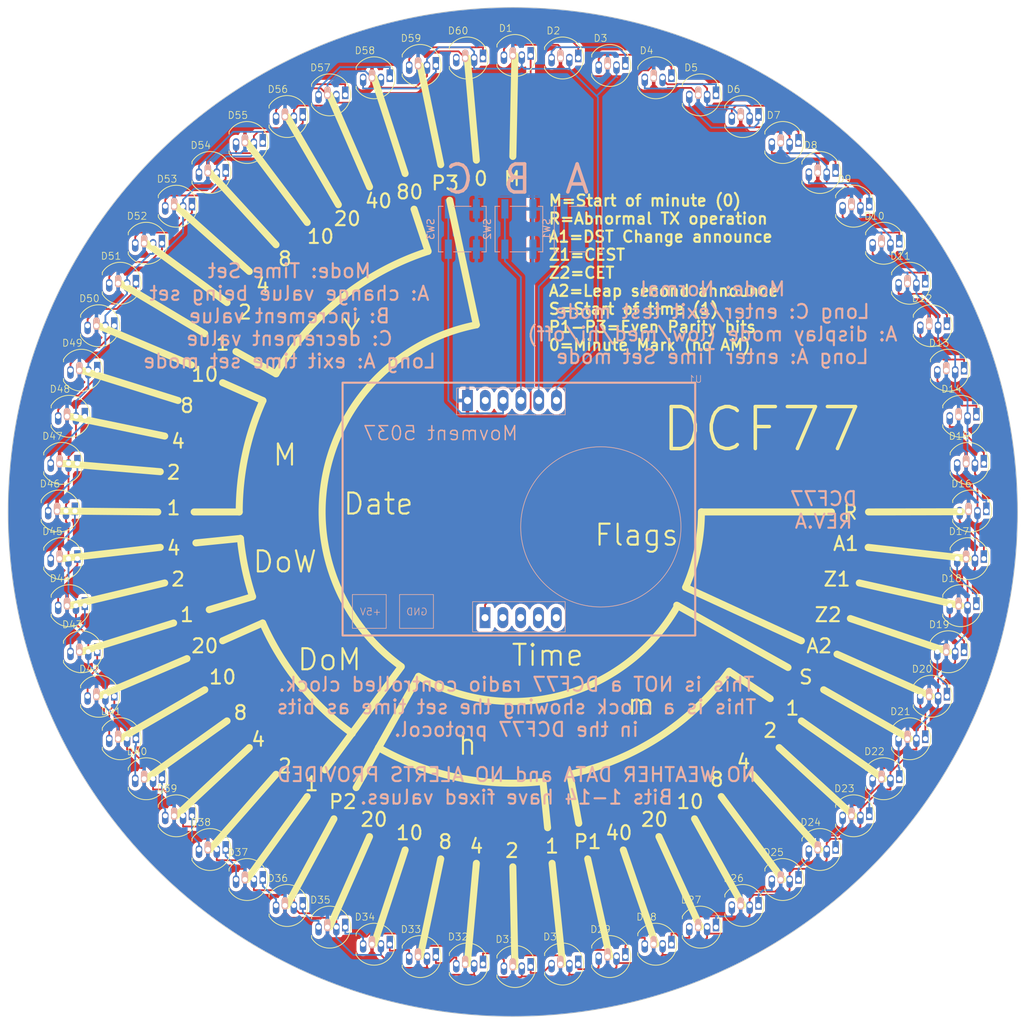
<source format=kicad_pcb>
(kicad_pcb (version 20221018) (generator pcbnew)
  (layers (0 "F.Cu" signal) (31 "B.Cu" signal) (34 "B.Paste" user) (35 "F.Paste" user) (36 "B.SilkS" user "B.Silkscreen") (37 "F.SilkS" user "F.Silkscreen") (38 "B.Mask" user) (39 "F.Mask" user) (44 "Edge.Cuts" user))
  (net 0 "")
  (net 1 "+5V")
  (net 2 "GND")
  (net 3 "Net-(D1-DOut)")
  (net 4 "/LEDD")
  (net 5 "Net-(D2-DOut)")
  (net 6 "Net-(D3-DOut)")
  (net 7 "Net-(D4-DOut)")
  (net 8 "Net-(D5-DOut)")
  (net 9 "Net-(D10-DIn)")
  (net 10 "Net-(D10-DOut)")
  (net 11 "Net-(D11-DOut)")
  (net 12 "Net-(D12-DOut)")
  (net 13 "Net-(D13-DOut)")
  (net 14 "Net-(D15-DOut)")
  (net 15 "Net-(D16-DOut)")
  (net 16 "Net-(D17-DOut)")
  (net 17 "Net-(D18-DOut)")
  (net 18 "Net-(D20-DOut)")
  (net 19 "Net-(D21-DOut)")
  (net 20 "Net-(D22-DOut)")
  (net 21 "Net-(D23-DOut)")
  (net 22 "Net-(D6-DOut)")
  (net 23 "Net-(D7-DOut)")
  (net 24 "Net-(D8-DOut)")
  (net 25 "Net-(D14-DOut)")
  (net 26 "Net-(D19-DOut)")
  (net 30 "Net-(D24-DOut)")
  (net 31 "Net-(D25-DOut)")
  (net 32 "Net-(D27-DOut)")
  (net 33 "Net-(D28-DOut)")
  (net 34 "Net-(D29-DOut)")
  (net 35 "/LedA/LEDD_CONT")
  (net 36 "Net-(D31-DOut)")
  (net 37 "Net-(D32-DOut)")
  (net 38 "Net-(D33-DOut)")
  (net 39 "Net-(D34-DOut)")
  (net 40 "Net-(D35-DOut)")
  (net 41 "Net-(U1-BTNA)")
  (net 42 "Net-(U1-BTNB)")
  (net 43 "Net-(U1-BTNC)")
  (net 46 "Net-(D26-DOut)")
  (net 47 "Net-(D36-DOut)")
  (net 48 "Net-(D37-DOut)")
  (net 49 "Net-(D38-DOut)")
  (net 50 "Net-(D39-DOut)")
  (net 51 "Net-(D40-DOut)")
  (net 52 "Net-(D41-DOut)")
  (net 53 "Net-(D42-DOut)")
  (net 54 "Net-(D43-DOut)")
  (net 55 "Net-(D44-DOut)")
  (net 56 "Net-(D45-DOut)")
  (net 57 "Net-(D46-DOut)")
  (net 58 "Net-(D47-DOut)")
  (net 59 "Net-(D48-DOut)")
  (net 60 "Net-(D49-DOut)")
  (net 61 "Net-(D50-DOut)")
  (net 62 "Net-(D51-DOut)")
  (net 63 "Net-(D52-DOut)")
  (net 64 "Net-(D53-DOut)")
  (net 65 "Net-(D54-DOut)")
  (net 66 "Net-(D55-DOut)")
  (net 67 "Net-(D56-DOut)")
  (net 68 "Net-(D57-DOut)")
  (net 69 "Net-(D58-DOut)")
  (net 70 "Net-(D59-DOut)")
  (footprint "TokeiDigital:WS2812-5MM" (layer "F.Cu") (at 71.8024 66.7261)
    (fp_text reference "D50")
    (fp_text value "~" hide)
  )
  (footprint "TokeiDigital:WS2812-5MM" (layer "F.Cu") (at 111.0968 154.9826)
    (fp_text reference "D34")
    (fp_text value "~" hide)
  )
  (footprint "TokeiDigital:WS2812-5MM" (layer "F.Cu") (at 98.6829 149.4556)
    (fp_text reference "D36")
    (fp_text value "~" hide)
  )
  (footprint "TokeiDigital:WS2812-5MM" (layer "F.Cu") (at 179.4873 49.6705)
    (fp_text reference "D9")
    (fp_text value "~" hide)
  )
  (footprint "TokeiDigital:WS2812-5MM" (layer "F.Cu") (at 87.6894 44.8595)
    (fp_text reference "D54")
    (fp_text value "~" hide)
  )
  (footprint "TokeiDigital:WS2812-5MM" (layer "F.Cu") (at 74.8912 125.664)
    (fp_text reference "D41")
    (fp_text value "~" hide)
  )
  (footprint "TokeiDigital:WS2812-5MM" (layer "F.Cu") (at 144.6972 156.7436)
    (fp_text reference "D29")
    (fp_text value "~" hide)
  )
  (footprint "TokeiDigital:WS2812-5MM" (layer "F.Cu") (at 190.5634 66.7261)
    (fp_text reference "D12")
    (fp_text value "~" hide)
  )
  (footprint "TokeiDigital:WS2812-5MM" (layer "F.Cu") (at 82.8785 49.6705)
    (fp_text reference "D53")
    (fp_text value "~" hide)
  )
  (footprint "TokeiDigital:WS2812-5MM" (layer "F.Cu") (at 74.8912 60.664)
    (fp_text reference "D51")
    (fp_text value "~" hide)
  )
  (footprint "TokeiDigital:WS2812-5MM" (layer "F.Cu") (at 104.745 33.7835)
    (fp_text reference "D57")
    (fp_text value "~" hide)
  )
  (footprint "TokeiDigital:WS2812-5MM" (layer "F.Cu") (at 111.0968 31.3453)
    (fp_text reference "D58")
    (fp_text value "~" hide)
  )
  (footprint "TokeiDigital:WS2812-5MM" (layer "F.Cu") (at 163.6829 149.4556)
    (fp_text reference "D26")
    (fp_text value "~" hide)
  )
  (footprint "TokeiDigital:WS2812-5MM" (layer "F.Cu") (at 151.269 154.9826)
    (fp_text reference "D28")
    (fp_text value "~" hide)
  )
  (footprint "TokeiDigital:WS2812-5MM" (layer "F.Cu") (at 67.6033 79.6497)
    (fp_text reference "D48")
    (fp_text value "~" hide)
  )
  (footprint "TokeiDigital:WS2812-5MM" (layer "F.Cu") (at 190.5634 119.6018)
    (fp_text reference "D20")
    (fp_text value "~" hide)
  )
  (footprint "TokeiDigital:WS2812-5MM" (layer "F.Cu") (at 193.0016 73.0779)
    (fp_text reference "D13")
    (fp_text value "~" hide)
  )
  (footprint "TokeiDigital:WS2812-5MM" (layer "F.Cu") (at 124.3885 28.52)
    (fp_text reference "D60")
    (fp_text value "~" hide)
  )
  (footprint "TokeiDigital:WS2812-5MM" (layer "F.Cu") (at 78.5968 131.37)
    (fp_text reference "D40")
    (fp_text value "~" hide)
  )
  (footprint "TokeiDigital:WS2812-5MM" (layer "F.Cu") (at 82.8785 136.6574)
    (fp_text reference "D39")
    (fp_text value "~" hide)
  )
  (footprint "TokeiDigital:WS2812-5MM" (layer "F.Cu") (at 183.769 54.9579)
    (fp_text reference "D10")
    (fp_text value "~" hide)
  )
  (footprint "TokeiDigital:WS2812-5MM" (layer "F.Cu") (at 71.8024 119.6018)
    (fp_text reference "D42")
    (fp_text value "~" hide)
  )
  (footprint "TokeiDigital:WS2812-5MM" (layer "F.Cu") (at 183.769 131.37)
    (fp_text reference "D22")
    (fp_text value "~" hide)
  )
  (footprint "TokeiDigital:WS2812-5MM" (layer "F.Cu") (at 78.5968 54.9579)
    (fp_text reference "D52")
    (fp_text value "~" hide)
  )
  (footprint "TokeiDigital:WS2812-5MM" (layer "F.Cu") (at 92.9769 145.7501)
    (fp_text reference "D37")
    (fp_text value "~" hide)
  )
  (footprint "TokeiDigital:WS2812-5MM" (layer "F.Cu") (at 151.269 31.3453)
    (fp_text reference "D4")
    (fp_text value "~" hide)
  )
  (footprint "TokeiDigital:WS2812-5MM" (layer "F.Cu") (at 66.539 86.3696)
    (fp_text reference "D47")
    (fp_text value "~" hide)
  )
  (footprint "TokeiDigital:WS2812-5MM" (layer "F.Cu") (at 187.4745 125.664)
    (fp_text reference "D21")
    (fp_text value "~" hide)
  )
  (footprint "TokeiDigital:WS2812-5MM" (layer "F.Cu") (at 117.6686 29.5844)
    (fp_text reference "D59")
    (fp_text value "~" hide)
  )
  (footprint "TokeiDigital:WS2812-5MM" (layer "F.Cu") (at 179.4873 136.6574)
    (fp_text reference "D23")
    (fp_text value "~" hide)
  )
  (footprint "TokeiDigital:WS2812-5MM" (layer "F.Cu") (at 92.9769 40.5779)
    (fp_text reference "D55")
    (fp_text value "~" hide)
  )
  (footprint "TokeiDigital:WS2812-5MM" (layer "F.Cu") (at 194.7625 79.6497)
    (fp_text reference "D14")
    (fp_text value "~" hide)
  )
  (footprint "TokeiDigital:WS2812-5MM" (layer "F.Cu") (at 124.3885 157.8079)
    (fp_text reference "D32")
    (fp_text value "~" hide)
  )
  (footprint "TokeiDigital:WS2812-5MM" (layer "F.Cu") (at 67.6033 106.6782)
    (fp_text reference "D44")
    (fp_text value "~" hide)
  )
  (footprint "TokeiDigital:WS2812-5MM" (layer "F.Cu") (at 169.3889 145.7501)
    (fp_text reference "D25")
    (fp_text value "~" hide)
  )
  (footprint "TokeiDigital:WS2812-5MM" (layer "F.Cu") (at 157.6208 152.5444)
    (fp_text reference "D27")
    (fp_text value "~" hide)
  )
  (footprint "TokeiDigital:WS2812-5MM" (layer "F.Cu") (at 137.9772 157.8079)
    (fp_text reference "D30")
    (fp_text value "~" hide)
  )
  (footprint "TokeiDigital:WS2812-5MM" (layer "F.Cu") (at 174.6764 44.8595)
    (fp_text reference "D8")
    (fp_text value "~" hide)
  )
  (footprint "TokeiDigital:WS2812-5MM" (layer "F.Cu") (at 157.6208 33.7835)
    (fp_text reference "D5")
    (fp_text value "~" hide)
  )
  (footprint "TokeiDigital:WS2812-5MM" (layer "F.Cu") (at 104.745 152.5444)
    (fp_text reference "D35")
    (fp_text value "~" hide)
  )
  (footprint "TokeiDigital:WS2812-5MM" (layer "F.Cu") (at 144.6972 29.5844)
    (fp_text reference "D3")
    (fp_text value "~" hide)
  )
  (footprint "TokeiDigital:WS2812-5MM" (layer "F.Cu") (at 174.6764 141.4684)
    (fp_text reference "D24")
    (fp_text value "~" hide)
  )
  (footprint "TokeiDigital:WS2812-5MM" (layer "F.Cu") (at 137.9772 28.52)
    (fp_text reference "D2")
    (fp_text value "~" hide)
  )
  (footprint "TokeiDigital:WS2812-5MM" (layer "F.Cu") (at 131.1829 28.164)
    (fp_text reference "D1")
    (fp_text value "~" hide)
  )
  (footprint "TokeiDigital:WS2812-5MM" (layer "F.Cu") (at 196.1829 93.164)
    (fp_text reference locked "D16")
    (fp_text value "~" hide)
  )
  (footprint "TokeiDigital:WS2812-5MM" (layer "F.Cu") (at 194.7625 106.6782)
    (fp_text reference "D18")
    (fp_text value "~" hide)
  )
  (footprint "TokeiDigital:WS2812-5MM" (layer "F.Cu") (at 195.8268 99.9583)
    (fp_text reference "D17")
    (fp_text value "~" hide)
  )
  (footprint "TokeiDigital:WS2812-5MM" (layer "F.Cu") (at 87.6894 141.4684)
    (fp_text reference "D38")
    (fp_text value "~" hide)
  )
  (footprint "TokeiDigital:WS2812-5MM" (layer "F.Cu") (at 98.6829 36.8723)
    (fp_text reference "D56")
    (fp_text value "~" hide)
  )
  (footprint "TokeiDigital:WS2812-5MM" (layer "F.Cu") (at 195.8268 86.3696)
    (fp_text reference "D15")
    (fp_text value "~" hide)
  )
  (footprint "TokeiDigital:WS2812-5MM" (layer "F.Cu") (at 117.6686 156.7436)
    (fp_text reference "D33")
    (fp_text value "~" hide)
  )
  (footprint "TokeiDigital:WS2812-5MM" (layer "F.Cu") (at 163.6829 36.8723)
    (fp_text reference "D6")
    (fp_text value "~" hide)
  )
  (footprint "TokeiDigital:WS2812-5MM" (layer "F.Cu") (at 66.1829 93.164)
    (fp_text reference "D46")
    (fp_text value "~" hide)
  )
  (footprint "TokeiDigital:WS2812-5MM" (layer "F.Cu") (at 66.539 99.9583)
    (fp_text reference "D45")
    (fp_text value "~" hide)
  )
  (footprint "TokeiDigital:WS2812-5MM" (layer "F.Cu") (at 169.3889 40.5779)
    (fp_text reference "D7")
    (fp_text value "~" hide)
  )
  (footprint "TokeiDigital:WS2812-5MM" (layer "F.Cu") (at 187.4745 60.664)
    (fp_text reference "D11")
    (fp_text value "~" hide)
  )
  (footprint "TokeiDigital:WS2812-5MM" (layer "F.Cu") (at 131.1829 158.164)
    (fp_text reference "D31")
    (fp_text value "~" hide)
  )
  (footprint "TokeiDigital:WS2812-5MM" (layer "F.Cu") (at 69.3642 113.2501)
    (fp_text reference "D43")
    (fp_text value "~" hide)
  )
  (footprint "TokeiDigital:WS2812-5MM" (layer "F.Cu") (at 69.3642 73.0779)
    (fp_text reference "D49")
    (fp_text value "~" hide)
  )
  (footprint "TokeiDigital:WS2812-5MM" (layer "F.Cu") (at 193.0016 113.2501)
    (fp_text reference "D19")
    (fp_text value "~" hide)
  )
  (footprint "TokeiDigital:Tactile SW SMD" (layer "B.Cu") (at 131.795 53.005 -90)
    (fp_text reference "SW2")
    (fp_text value "SW_Push")
  )
  (footprint "TokeiDigital:Tactile SW SMD" (layer "B.Cu") (at 123.73 53.005 -90)
    (fp_text reference "SW3")
    (fp_text value "SW_Push")
  )
  (footprint "TokeiDigital:Movement5037 TH" (layer "B.Cu") (at 156.94 74.93 180)
    (fp_text reference locked "U1")
    (fp_text value "~")
  )
  (footprint "TokeiDigital:Tactile SW SMD" (layer "B.Cu") (at 140.24 53.005 -90)
    (fp_text reference "SW1")
    (fp_text value "SW_Push")
  )
  (gr_arc locked (start 157.823826 93.345964) (mid 157.258487 98.859459) (end 155.575 104.14) (stroke (width 1)) (layer "F.SilkS"))
  (gr_line locked (start 101.6 52.07) (end 93.021854 40.652854) (stroke (width 1)) (layer "F.SilkS"))
  (gr_line locked (start 93.021854 145.825064) (end 101.6 133.985) (stroke (width 1)) (layer "F.SilkS"))
  (gr_line locked (start 151.314 155.057633) (end 146.685 141.605) (stroke (width 1)) (layer "F.SilkS"))
  (gr_arc locked (start 115.027214 115.442027) (mid 104.360785 87.54312) (end 125.73 66.675) (stroke (width 1)) (layer "F.SilkS"))
  (gr_line locked (start 95.286838 77.486421) (end 89.535 74.93) (stroke (width 1)) (layer "F.SilkS"))
  (gr_line locked (start 87.734406 141.543373) (end 97.155 130.81) (stroke (width 1)) (layer "F.SilkS"))
  (gr_line locked (start 187.519546 125.738959) (end 175.26 118.745) (stroke (width 1)) (layer "F.SilkS"))
  (gr_line locked (start 90.17 63.5) (end 78.64179 55.032918) (stroke (width 1)) (layer "F.SilkS"))
  (gr_arc locked (start 161.774438 116.0941) (mid 151.762321 125.523941) (end 139.065 130.81) (stroke (width 1)) (layer "F.SilkS"))
  (gr_line locked (start 97.155 55.245) (end 87.734406 44.934545) (stroke (width 1)) (layer "F.SilkS"))
  (gr_arc locked (start 97.155 73.66) (mid 106.390175 62.924536) (end 118.843102 56.181893) (stroke (width 1)) (layer "F.SilkS"))
  (gr_line locked (start 80.294416 93.373959) (end 66.227895 93.238959) (stroke (width 1)) (layer "F.SilkS"))
  (gr_line locked (start 167.64 120.015) (end 162.081582 116.320336) (stroke (width 1)) (layer "F.SilkS"))
  (gr_line locked (start 183.814 131.445) (end 172.085 123.19) (stroke (width 1)) (layer "F.SilkS"))
  (gr_line locked (start 98.727895 149.53061) (end 105.41 137.16) (stroke (width 1)) (layer "F.SilkS"))
  (gr_line locked (start 104.790013 152.619414) (end 110.49 139.7) (stroke (width 1)) (layer "F.SilkS"))
  (gr_line locked (start 91.906208 93.373959) (end 85.477336 93.373959) (stroke (width 1)) (layer "F.SilkS"))
  (gr_line locked (start 193.046569 113.325064) (end 179.07 108.585) (stroke (width 1)) (layer "F.SilkS"))
  (gr_line locked (start 82.55 109.22) (end 69.409221 113.325064) (stroke (width 1)) (layer "F.SilkS"))
  (gr_line locked (start 114.935001 115.569999) (end 104.14 130.175) (stroke (width 1)) (layer "F.SilkS"))
  (gr_line locked (start 110.49 46.99) (end 104.790013 33.858504) (stroke (width 1)) (layer "F.SilkS"))
  (gr_line locked (start 86.995 67.945) (end 74.936244 60.738959) (stroke (width 1)) (layer "F.SilkS"))
  (gr_line locked (start 85.09 72.39) (end 71.84744 66.801077) (stroke (width 1)) (layer "F.SilkS"))
  (gr_line locked (start 125.73 66.675) (end 121.92 48.895) (stroke (width 1)) (layer "F.SilkS"))
  (gr_line locked (start 125.73 43.18) (end 124.433545 28.595036) (stroke (width 1)) (layer "F.SilkS"))
  (gr_line locked (start 115.57 45.085) (end 111.14179 31.420285) (stroke (width 1)) (layer "F.SilkS"))
  (gr_line locked (start 78.64179 131.445) (end 90.17 123.19) (stroke (width 1)) (layer "F.SilkS"))
  (gr_line locked (start 81.28 103.505) (end 67.648301 106.753219) (stroke (width 1)) (layer "F.SilkS"))
  (gr_line locked (start 69.409221 113.325064) (end 82.55 109.22) (stroke (width 0.15)) (layer "F.SilkS"))
  (gr_line locked (start 144.742155 156.818553) (end 141.605 142.875) (stroke (width 1)) (layer "F.SilkS"))
  (gr_line locked (start 174.721384 141.543373) (end 165.1 130.81) (stroke (width 1)) (layer "F.SilkS"))
  (gr_line locked (start 163.727895 149.53061) (end 156.845 137.16) (stroke (width 1)) (layer "F.SilkS"))
  (gr_line locked (start 131.227895 158.238959) (end 130.928895 144.013194) (stroke (width 1)) (layer "F.SilkS"))
  (gr_line locked (start 111.14179 155.057633) (end 115.57 141.605) (stroke (width 1)) (layer "F.SilkS"))
  (gr_line locked (start 67.648301 106.753219) (end 81.28 103.505) (stroke (width 0.15)) (layer "F.SilkS"))
  (gr_line locked (start 71.84744 119.676841) (end 84.455 114.3) (stroke (width 1)) (layer "F.SilkS"))
  (gr_line locked (start 74.936244 125.738959) (end 86.995 118.745) (stroke (width 1)) (layer "F.SilkS"))
  (gr_line locked (start 106.045 49.53) (end 98.727895 36.947308) (stroke (width 1)) (layer "F.SilkS"))
  (gr_line locked (start 95.25 109.22) (end 89.535 111.76) (stroke (width 1)) (layer "F.SilkS"))
  (gr_line locked (start 155.575 104.14) (end 172.085 111.76) (stroke (width 1)) (layer "F.SilkS"))
  (gr_line locked (start 117.713635 156.818553) (end 120.65 142.875) (stroke (width 1)) (layer "F.SilkS"))
  (gr_line locked (start 179.532309 136.732448) (end 168.91 127) (stroke (width 1)) (layer "F.SilkS"))
  (gr_line locked (start 194.807489 106.753219) (end 180.34 103.505) (stroke (width 1)) (layer "F.SilkS"))
  (gr_arc locked (start 154.436607 106.754912) (mid 138.049082 119.469272) (end 117.475 116.839999) (stroke (width 1)) (layer "F.SilkS"))
  (gr_line locked (start 93.345 59.055) (end 82.923481 49.74547) (stroke (width 1)) (layer "F.SilkS"))
  (gr_line locked (start 92.075 97.155) (end 85.725 97.79) (stroke (width 1)) (layer "F.SilkS"))
  (gr_line locked (start 108.585 132.715) (end 117.475 116.84) (stroke (width 1)) (layer "F.SilkS"))
  (gr_line locked (start 82.923481 136.732448) (end 93.345 127) (stroke (width 1)) (layer "F.SilkS"))
  (gr_line locked (start 157.978154 93.373959) (end 176.380454 93.373959) (stroke (width 1)) (layer "F.SilkS"))
  (gr_line locked (start 118.843102 56.181893) (end 116.84 50.165) (stroke (width 1)) (layer "F.SilkS"))
  (gr_line locked (start 140.335 137.795) (end 139.065 130.81) (stroke (width 1)) (layer "F.SilkS"))
  (gr_line locked (start 195.871818 100.033309) (end 181.61 98.425) (stroke (width 1)) (layer "F.SilkS"))
  (gr_line locked (start 194.945 93.345) (end 181.658186 93.373959) (stroke (width 1)) (layer "F.SilkS"))
  (gr_arc locked (start 93.811137 105.465007) (mid 92.716501 101.357338) (end 92.075 97.155) (stroke (width 1)) (layer "F.SilkS"))
  (gr_line locked (start 66.583972 100.033309) (end 80.645 98.425) (stroke (width 0.15)) (layer "F.SilkS"))
  (gr_line locked (start 131.227895 28.238959) (end 130.928895 42.644667) (stroke (width 1)) (layer "F.SilkS"))
  (gr_line locked (start 124.433545 157.882882) (end 125.73 143.51) (stroke (width 1)) (layer "F.SilkS"))
  (gr_line locked (start 80.645 87.63) (end 66.583972 86.444609) (stroke (width 1)) (layer "F.SilkS"))
  (gr_line locked (start 97.155 73.66) (end 91.44 70.485) (stroke (width 1)) (layer "F.SilkS"))
  (gr_line locked (start 190.60835 119.676841) (end 177.165 113.665) (stroke (width 1)) (layer "F.SilkS"))
  (gr_line locked (start 138.022245 157.882882) (end 136.525 143.51) (stroke (width 1)) (layer "F.SilkS"))
  (gr_line locked (start 93.811137 105.465007) (end 87.63 107.315) (stroke (width 1)) (layer "F.SilkS"))
  (gr_line locked (start 120.65 43.815) (end 117.713635 29.659365) (stroke (width 1)) (layer "F.SilkS"))
  (gr_line locked (start 135.255 132.08) (end 135.89 138.43) (stroke (width 1)) (layer "F.SilkS"))
  (gr_arc locked (start 108.026312 124.989655) (mid 100.59545 117.949611) (end 95.25 109.22) (stroke (width 1)) (layer "F.SilkS"))
  (gr_line locked (start 169.433936 145.825064) (end 160.655 133.985) (stroke (width 1)) (layer "F.SilkS"))
  (gr_arc locked (start 91.906208 93.373959) (mid 92.760722 85.252344) (end 95.286838 77.486421) (stroke (width 1)) (layer "F.SilkS"))
  (gr_line locked (start 80.645 98.425) (end 66.583972 100.033309) (stroke (width 1)) (layer "F.SilkS"))
  (gr_line locked (start 170.18 115.57) (end 154.305 106.68) (stroke (width 1)) (layer "F.SilkS"))
  (gr_line locked (start 157.665777 152.619414) (end 151.765 139.7) (stroke (width 1)) (layer "F.SilkS"))
  (gr_line locked (start 81.28 82.55) (end 67.648301 79.724699) (stroke (width 1)) (layer "F.SilkS"))
  (gr_arc locked (start 135.228228 131.840484) (mid 123.110101 131.28206) (end 111.76 127) (stroke (width 1)) (layer "F.SilkS"))
  (gr_line locked (start 83.185 77.47) (end 69.409221 73.152854) (stroke (width 1)) (layer "F.SilkS"))
  (gr_circle locked (center 130.928895 93.373959) (end 202.928895 93.373959) (stroke (width 0.1)) (fill none) (layer "Edge.Cuts"))
  (gr_text locked "C" (at 125.635 48.225) (layer "B.SilkS") (effects (font (size 4 4) (thickness 0.5)) (justify left bottom mirror)))
  (gr_text locked "This is NOT a DCF77 radio controlled clock.\nThis is a clock showing the set time as bits\nin the DCF77 protocol.\n\nNO WEATHER DATA and NO ALERTS PROVIDED\nBits 1-14 have fixed values." (at 131.445 135.255) (layer "B.SilkS") (effects (font (size 2 2) (thickness 0.3)) (justify bottom mirror)))
  (gr_text locked "Mode: Time Set\nA: change value being set\nB: increment value\nC: decrement value\nLong A: exit time set mode" (at 99.06 73.025) (layer "B.SilkS") (effects (font (size 2 2) (thickness 0.3)) (justify bottom mirror)))
  (gr_text locked "Mode: Normal\nLong C: enter/exit test mode\nA: display mode (low/med/hi/off)\nLong A: enter Time Set mode" (at 159.385 72.39) (layer "B.SilkS") (effects (font (size 2 2) (thickness 0.3)) (justify bottom mirror)))
  (gr_text locked "A" (at 142.145 48.225) (layer "B.SilkS") (effects (font (size 4 4) (thickness 0.5)) (justify left bottom mirror)))
  (gr_text locked "B" (at 133.89 48.225) (layer "B.SilkS") (effects (font (size 4 4) (thickness 0.5)) (justify left bottom mirror)))
  (gr_text locked "DCF77\nREV.A" (at 175.26 95.885) (layer "B.SilkS") (effects (font (size 2 2) (thickness 0.3)) (justify bottom mirror)))
  (gr_text locked "P1" (at 141.605 141.605) (layer "F.SilkS") (effects (font (size 2 2) (thickness 0.3)) (justify bottom)))
  (gr_text locked "40" (at 146.05 140.335) (layer "F.SilkS") (effects (font (size 2 2) (thickness 0.3)) (justify bottom)))
  (gr_text locked "2" (at 82.55 88.9) (layer "F.SilkS") (effects (font (size 2 2) (thickness 0.3)) (justify bottom)))
  (gr_text locked "2" (at 83.185 104.14) (layer "F.SilkS") (effects (font (size 2 2) (thickness 0.3)) (justify bottom)))
  (gr_text locked "20" (at 86.995 113.665) (layer "F.SilkS") (effects (font (size 2 2) (thickness 0.3)) (justify bottom)))
  (gr_text locked "4" (at 94.615 127) (layer "F.SilkS") (effects (font (size 2 2) (thickness 0.3)) (justify bottom)))
  (gr_text locked "10" (at 103.505 55.245) (layer "F.SilkS") (effects (font (size 2 2) (thickness 0.3)) (justify bottom)))
  (gr_text locked "10" (at 86.995 74.93) (layer "F.SilkS") (effects (font (size 2 2) (thickness 0.3)) (justify bottom)))
  (gr_text locked "1" (at 170.815 122.555) (layer "F.SilkS") (effects (font (size 2 2) (thickness 0.3)) (justify bottom)))
  (gr_text locked "P2" (at 106.68 135.89) (layer "F.SilkS") (effects (font (size 2 2) (thickness 0.3)) (justify bottom)))
  (gr_text locked "1" (at 84.455 109.22) (layer "F.SilkS") (effects (font (size 2 2) (thickness 0.3)) (justify bottom)))
  (gr_text locked "M=Start of minute (0)\nR=Abnormal TX operation\nA1=DST Change announce\nZ1=CEST\nZ2=CET\nA2=Leap second announce\nS=Start of time (1)\nP1-P3=Even Parity bits\n0=Minute Mark (no AM)" (at 135.89 70.485) (layer "F.SilkS") (effects (font (size 1.6 1.6) (thickness 0.3)) (justify left bottom)))
  (gr_text locked "2" (at 130.81 142.875) (layer "F.SilkS") (effects (font (size 2 2) (thickness 0.3)) (justify bottom)))
  (gr_text locked "1" (at 89.535 70.485) (layer "F.SilkS") (effects (font (size 2 2) (thickness 0.3)) (justify bottom)))
  (gr_text locked "4" (at 163.83 130.175) (layer "F.SilkS") (effects (font (size 2 2) (thickness 0.3)) (justify bottom)))
  (gr_text locked "Date" (at 111.76 93.98) (layer "F.SilkS") (effects (font (size 3 3) (thickness 0.3)) (justify bottom)))
  (gr_text locked "1" (at 136.525 142.24) (layer "F.SilkS") (effects (font (size 2 2) (thickness 0.3)) (justify bottom)))
  (gr_text locked "8" (at 92.075 123.19) (layer "F.SilkS") (effects (font (size 2 2) (thickness 0.3)) (justify bottom)))
  (gr_text locked "20" (at 111.125 138.43) (layer "F.SilkS") (effects (font (size 2 2) (thickness 0.3)) (justify bottom)))
  (gr_text locked "8" (at 84.455 79.375) (layer "F.SilkS") (effects (font (size 2 2) (thickness 0.3)) (justify bottom)))
  (gr_text locked "20" (at 151.13 138.43) (layer "F.SilkS") (effects (font (size 2 2) (thickness 0.3)) (justify bottom)))
  (gr_text locked "A2" (at 174.625 113.665) (layer "F.SilkS") (effects (font (size 2 2) (thickness 0.3)) (justify bottom)))
  (gr_text locked "Z1" (at 177.165 104.14) (layer "F.SilkS") (effects (font (size 2 2) (thickness 0.3)) (justify bottom)))
  (gr_text locked "10" (at 156.21 135.89) (layer "F.SilkS") (effects (font (size 2 2) (thickness 0.3)) (justify bottom)))
  (gr_text locked "Flags" (at 148.59 98.425) (layer "F.SilkS") (effects (font (size 3 3) (thickness 0.3)) (justify bottom)))
  (gr_text locked "4" (at 95.25 62.23) (layer "F.SilkS") (effects (font (size 2 2) (thickness 0.3)) (justify bottom)))
  (gr_text locked "8" (at 160.02 132.715) (layer "F.SilkS") (effects (font (size 2 2) (thickness 0.3)) (justify bottom)))
  (gr_text locked "M" (at 130.81 46.99) (layer "F.SilkS") (effects (font (size 2 2) (thickness 0.3)) (justify bottom)))
  (gr_text locked "2" (at 92.71 66.04) (layer "F.SilkS") (effects (font (size 2 2) (thickness 0.3)) (justify bottom)))
  (gr_text locked "4" (at 125.73 142.24) (layer "F.SilkS") (effects (font (size 2 2) (thickness 0.3)) (justify bottom)))
  (gr_text locked "80" (at 116.205 48.895) (layer "F.SilkS") (effects (font (size 2 2) (thickness 0.3)) (justify bottom)))
  (gr_text locked "m" (at 149.225 122.555) (layer "F.SilkS") (effects (font (size 3 3) (thickness 0.3)) (justify bottom)))
  (gr_text locked "S" (at 172.72 118.11) (layer "F.SilkS") (effects (font (size 2 2) (thickness 0.3)) (justify bottom)))
  (gr_text locked "R" (at 179.07 94.615) (layer "F.SilkS") (effects (font (size 2 2) (thickness 0.3)) (justify bottom)))
  (gr_text locked "h" (at 124.46 128.27) (layer "F.SilkS") (effects (font (size 3 3) (thickness 0.3)) (justify bottom)))
  (gr_text locked "DCF77" (at 166.37 85.09) (layer "F.SilkS") (effects (font (size 6 6) (thickness 0.5) bold) (justify bottom)))
  (gr_text locked "1" (at 82.55 93.98) (layer "F.SilkS") (effects (font (size 2 2) (thickness 0.3)) (justify bottom)))
  (gr_text locked "A1" (at 178.435 99.06) (layer "F.SilkS") (effects (font (size 2 2) (thickness 0.3)) (justify bottom)))
  (gr_text locked "Time" (at 135.89 115.57) (layer "F.SilkS") (effects (font (size 3 3) (thickness 0.3)) (justify bottom)))
  (gr_text locked "DoW" (at 98.425 102.235) (layer "F.SilkS") (effects (font (size 3 3) (thickness 0.3)) (justify bottom)))
  (gr_text locked "10" (at 89.535 118.11) (layer "F.SilkS") (effects (font (size 2 2) (thickness 0.3)) (justify bottom)))
  (gr_text locked "4" (at 83.185 84.455) (layer "F.SilkS") (effects (font (size 2 2) (thickness 0.3)) (justify bottom)))
  (gr_text locked "4" (at 82.55 99.695) (layer "F.SilkS") (effects (font (size 2 2) (thickness 0.3)) (justify bottom)))
  (gr_text locked "2" (at 98.425 130.81) (layer "F.SilkS") (effects (font (size 2 2) (thickness 0.3)) (justify bottom)))
  (gr_text locked "0" (at 126.365 46.99) (layer "F.SilkS") (effects (font (size 2 2) (thickness 0.3)) (justify bottom)))
  (gr_text locked "20" (at 107.315 52.705) (layer "F.SilkS") (effects (font (size 2 2) (thickness 0.3)) (justify bottom)))
  (gr_text locked "Y" (at 107.95 69.215) (layer "F.SilkS") (effects (font (size 3 3) (thickness 0.3)) (justify bottom)))
  (gr_text locked "M" (at 98.425 86.995) (layer "F.SilkS") (effects (font (size 3 3) (thickness 0.3)) (justify bottom)))
  (gr_text locked "10" (at 116.205 140.335) (layer "F.SilkS") (effects (font (size 2 2) (thickness 0.3)) (justify bottom)))
  (gr_text locked "P3" (at 121.285 47.625) (layer "F.SilkS") (effects (font (size 2 2) (thickness 0.3)) (justify bottom)))
  (gr_text locked "DoM" (at 104.775 116.205) (layer "F.SilkS") (effects (font (size 3 3) (thickness 0.3)) (justify bottom)))
  (gr_text locked "2" (at 167.64 125.73) (layer "F.SilkS") (effects (font (size 2 2) (thickness 0.3)) (justify bottom)))
  (gr_text locked "Z2" (at 175.895 109.22) (layer "F.SilkS") (effects (font (size 2 2) (thickness 0.3)) (justify bottom)))
  (gr_text locked "8" (at 98.425 58.42) (layer "F.SilkS") (effects (font (size 2 2) (thickness 0.3)) (justify bottom)))
  (gr_text locked "1" (at 102.235 133.35) (layer "F.SilkS") (effects (font (size 2 2) (thickness 0.3)) (justify bottom)))
  (gr_text locked "40" (at 111.76 50.165) (layer "F.SilkS") (effects (font (size 2 2) (thickness 0.3)) (justify bottom)))
  (gr_text locked "8" (at 121.285 141.605) (layer "F.SilkS") (effects (font (size 2 2) (thickness 0.3)) (justify bottom)))
  (segment locked (start 94.5929 39.126) (end 99.0471 39.126) (width 0.25) (layer "F.Cu") (net 1))
  (segment locked (start 145.7132 157.744) (end 145.7132 158.3455) (width 0.25) (layer "F.Cu") (net 1))
  (segment locked (start 125.7606 159.7659) (end 132.0855 159.7659) (width 0.25) (layer "F.Cu") (net 1))
  (segment locked (start 112.1128 155.0576) (end 112.1128 156.5845) (width 0.25) (layer "F.Cu") (net 1))
  (segment locked (start 67.555 86.4446) (end 67.555 85.5177) (width 0.25) (layer "F.Cu") (net 1))
  (segment locked (start 67.1989 93.239) (end 67.1989 92.3121) (width 0.25) (layer "F.Cu") (net 1))
  (segment locked (start 175.6924 46.4614) (end 178.1461 46.4614) (width 0.25) (layer "F.Cu") (net 1))
  (segment locked (start 170.4049 40.6529) (end 170.4049 39.726) (width 0.25) (layer "F.Cu") (net 1))
  (segment locked (start 156.1986 156.5845) (end 158.6368 154.1463) (width 0.25) (layer "F.Cu") (net 1))
  (segment locked (start 79.6128 130.5095) (end 79.6128 131.445) (width 0.25) (layer "F.Cu") (net 1))
  (segment locked (start 180.5033 49.7455) (end 180.5033 48.8186) (width 0.25) (layer "F.Cu") (net 1))
  (segment locked (start 79.6128 131.445) (end 79.6128 132.9719) (width 0.25) (layer "F.Cu") (net 1))
  (segment locked (start 176.2924 140.0165) (end 178.7461 140.0165) (width 0.25) (layer "F.Cu") (net 1))
  (segment locked (start 164.6989 148.6037) (end 165.2989 148.0037) (width 0.25) (layer "F.Cu") (net 1))
  (segment locked (start 145.7132 157.744) (end 145.7147 157.7455) (width 0.25) (layer "F.Cu") (net 1))
  (segment locked (start 99.6989 148.6037) (end 98.4472 147.352) (width 0.25) (layer "F.Cu") (net 1))
  (segment locked (start 158.6368 32.9316) (end 158.0004 32.2952) (width 0.25) (layer "F.Cu") (net 1))
  (segment locked (start 196.8428 101.5602) (end 195.7785 102.6245) (width 0.25) (layer "F.Cu") (net 1))
  (segment locked (start 165.2989 148.0037) (end 169.7532 148.0037) (width 0.25) (layer "F.Cu") (net 1))
  (segment locked (start 68.6193 84.4534) (end 68.6193 79.7247) (width 0.25) (layer "F.Cu") (net 1))
  (segment locked (start 100.5019 150.6421) (end 99.6989 149.8391) (width 0.25) (layer "F.Cu") (net 1))
  (segment locked (start 158.6368 153.5448) (end 158.6368 154.1463) (width 0.25) (layer "F.Cu") (net 1))
  (segment locked (start 158.6368 152.6194) (end 158.6368 153.5448) (width 0.25) (layer "F.Cu") (net 1))
  (segment locked (start 88.7054 141.5434) (end 88.7054 140.6165) (width 0.25) (layer "F.Cu") (net 1))
  (segment locked (start 67.1989 92.3121) (end 67.555 91.956) (width 0.25) (layer "F.Cu") (net 1))
  (segment locked (start 125.4045 157.8829) (end 125.4045 159.4098) (width 0.25) (layer "F.Cu") (net 1))
  (segment locked (start 175.6924 44.9345) (end 175.6924 46.4614) (width 0.25) (layer "F.Cu") (net 1))
  (segment locked (start 151.124 157.7455) (end 152.285 156.5845) (width 0.25) (layer "F.Cu") (net 1))
  (segment locked (start 178.1461 46.4614) (end 180.5033 48.8186) (width 0.25) (layer "F.Cu") (net 1))
  (segment locked (start 196.8428 100.0333) (end 196.8428 101.5602) (width 0.25) (layer "F.Cu") (net 1))
  (segment locked (start 67.555 91.956) (end 67.555 86.4446) (width 0.25) (layer "F.Cu") (net 1))
  (segment locked (start 169.1531 38.4742) (end 164.6989 38.4742) (width 0.25) (layer "F.Cu") (net 1))
  (segment locked (start 162.2101 153.5463) (end 158.6383 153.5463) (width 0.25) (layer "F.Cu") (net 1))
  (segment locked (start 170.4049 144.8982) (end 171.0049 144.2982) (width 0.25) (layer "F.Cu") (net 1))
  (segment locked (start 105.761 34.972) (end 105.761 35.3854) (width 0.25) (layer "F.Cu") (net 1))
  (segment locked (start 110.088 34.972) (end 112.1128 32.9472) (width 0.25) (layer "F.Cu") (net 1))
  (segment locked (start 164.6989 149.8806) (end 164.6989 149.5306) (width 0.25) (layer "F.Cu") (net 1))
  (segment locked (start 138.9932 159.2223) (end 138.9932 159.2602) (width 0.25) (layer "F.Cu") (net 1))
  (segment locked (start 196.8428 86.4446) (end 196.8428 87.9715) (width 0.25) (layer "F.Cu") (net 1))
  (segment locked (start 67.555 85.5177) (end 68.6193 84.4534) (width 0.25) (layer "F.Cu") (net 1))
  (segment locked (start 175.6924 141.5434) (end 175.6924 140.6165) (width 0.25) (layer "F.Cu") (net 1))
  (segment locked (start 67.555 100.0333) (end 67.555 95.122) (width 0.25) (layer "F.Cu") (net 1))
  (segment locked (start 152.9696 32.3472) (end 152.285 31.6626) (width 0.25) (layer "F.Cu") (net 1))
  (segment locked (start 75.9072 127.2659) (end 76.3692 127.2659) (width 0.25) (layer "F.Cu") (net 1))
  (segment locked (start 100.3339 35.3854) (end 105.761 35.3854) (width 0.25) (layer "F.Cu") (net 1))
  (segment locked (start 188.4905 125.739) (end 188.4905 127.2659) (width 0.25) (layer "F.Cu") (net 1))
  (segment locked (start 93.9929 145.8251) (end 93.9929 144.8982) (width 0.25) (layer "F.Cu") (net 1))
  (segment locked (start 75.9072 125.739) (end 75.9072 127.2659) (width 0.25) (layer "F.Cu") (net 1))
  (segment locked (start 118.6846 29.6594) (end 118.6846 31.1863) (width 0.25) (layer "F.Cu") (net 1))
  (segment locked (start 188.0372 127.2659) (end 184.785 130.5181) (width 0.25) (layer "F.Cu") (net 1))
  (segment locked (start 138.9932 159.2602) (end 138.9932 159.4098) (width 0.25) (layer "F.Cu") (net 1))
  (segment locked (start 93.9929 39.726) (end 94.5929 39.126) (width 0.25) (layer "F.Cu") (net 1))
  (segment locked (start 93.9929 145.8251) (end 93.9929 147.352) (width 0.25) (layer "F.Cu") (net 1))
  (segment locked (start 88.7054 141.5434) (end 88.7054 143.0703) (width 0.25) (layer "F.Cu") (net 1))
  (segment locked (start 144.6489 159.4098) (end 145.7132 158.3455) (width 0.25) (layer "F.Cu") (net 1))
  (segment locked (start 183.3369 132.9719) (end 184.785 132.9719) (width 0.25) (layer "F.Cu") (net 1))
  (segment locked (start 175.6924 140.6165) (end 176.2924 140.0165) (width 0.25) (layer "F.Cu") (net 1))
  (segment locked (start 197.1989 93.239) (end 197.1989 88.3276) (width 0.25) (layer "F.Cu") (net 1))
  (segment locked (start 105.761 152.6194) (end 105.761 151.6925) (width 0.25) (layer "F.Cu") (net 1))
  (segment locked (start 164.6989 149.5306) (end 164.6989 148.6037) (width 0.25) (layer "F.Cu") (net 1))
  (segment locked (start 83.8945 136.7324) (end 83.8945 135.7869) (width 0.25) (layer "F.Cu") (net 1))
  (segment locked (start 194.0176 113.3251) (end 194.0176 114.852) (width 0.25) (layer "F.Cu") (net 1))
  (segment locked (start 68.6193 109.3745) (end 70.3802 111.1354) (width 0.25) (layer "F.Cu") (net 1))
  (segment locked (start 93.9929 40.6529) (end 93.9929 39.726) (width 0.25) (layer "F.Cu") (net 1))
  (segment locked (start 132.1989 159.6525) (end 138.7505 159.6525) (width 0.25) (layer "F.Cu") (net 1))
  (segment locked (start 112.1128 32.8403) (end 112.1128 32.9472) (width 0.25) (layer "F.Cu") (net 1))
  (segment locked (start 164.6989 149.8806) (end 164.6989 151.0575) (width 0.25) (layer "F.Cu") (net 1))
  (segment locked (start 93.9929 144.8982) (end 92.165 143.0703) (width 0.25) (layer "F.Cu") (net 1))
  (segment locked (start 68.6193 106.7532) (end 68.6193 109.3745) (width 0.25) (layer "F.Cu") (net 1))
  (segment locked (start 99.6989 149.8391) (end 99.6989 149.5306) (width 0.25) (layer "F.Cu") (net 1))
  (segment locked (start 105.761 34.972) (end 110.088 34.972) (width 0.25) (layer "F.Cu") (net 1))
  (segment locked (start 113.9588 158.4305) (end 112.1128 156.5845) (width 0.25) (layer "F.Cu") (net 1))
  (segment locked (start 194.0176 114.852) (end 191.5794 117.2902) (width 0.25) (layer "F.Cu") (net 1))
  (segment locked (start 174.4645 144.2982) (end 175.6924 143.0703) (width 0.25) (layer "F.Cu") (net 1))
  (segment locked (start 158.6368 33.8585) (end 158.6368 32.9316) (width 0.25) (layer "F.Cu") (net 1))
  (segment locked (start 118.6846 158.3455) (end 119.7489 159.4098) (width 0.25) (layer "F.Cu") (net 1))
  (segment locked (start 118.6846 158.344) (end 118.6846 158.3455) (width 0.25) (layer "F.Cu") (net 1))
  (segment locked (start 132.1989 158.239) (end 132.1989 159.6525) (width 0.25) (layer "F.Cu") (net 1))
  (segment locked (start 138.7505 159.6525) (end 138.9932 159.4098) (width 0.25) (layer "F.Cu") (net 1))
  (segment locked (start 99.6989 36.9473) (end 99.6989 36.0204) (width 0.25) (layer "F.Cu") (net 1))
  (segment locked (start 170.4049 145.8251) (end 170.4049 144.8982) (width 0.25) (layer "F.Cu") (net 1))
  (segment locked (start 164.6989 36.9473) (end 164.6989 38.4742) (width 0.25) (layer "F.Cu") (net 1))
  (segment locked (start 188.4905 127.2659) (end 188.0372 127.2659) (width 0.25) (layer "F.Cu") (net 1))
  (segment locked (start 98.4472 147.352) (end 93.9929 147.352) (width 0.25) (layer "F.Cu") (net 1))
  (segment locked (start 154.2404 32.3472) (end 152.9696 32.3472) (width 0.25) (layer "F.Cu") (net 1))
  (segment locked (start 145.7132 156.8186) (end 145.7132 157.744) (width 0.25) (layer "F.Cu") (net 1))
  (segment locked (start 118.6846 158.2321) (end 118.6846 158.344) (width 0.25) (layer "F.Cu") (net 1))
  (segment locked (start 132.0855 159.7659) (end 132.1989 159.6525) (width 0.25) (layer "F.Cu") (net 1))
  (segment locked (start 118.6846 158.344) (end 118.5981 158.4305) (width 0.25) (layer "F.Cu") (net 1))
  (segment locked (start 70.3802 111.1354) (end 70.3802 113.3251) (width 0.25) (layer "F.Cu") (net 1))
  (segment locked (start 171.0049 144.2982) (end 174.4645 144.2982) (width 0.25) (layer "F.Cu") (net 1))
  (segment locked (start 112.1128 31.4203) (end 112.1128 32.8403) (width 0.25) (layer "F.Cu") (net 1))
  (segment locked (start 175.6924 141.5434) (end 175.6924 143.0703) (width 0.25) (layer "F.Cu") (net 1))
  (segment locked (start 118.6846 156.8186) (end 118.6846 158.2321) (width 0.25) (layer "F.Cu") (net 1))
  (segment locked (start 184.785 131.445) (end 184.785 132.9719) (width 0.25) (layer "F.Cu") (net 1))
  (segment locked (start 180.5033 136.7324) (end 180.5033 135.8055) (width 0.25) (layer "F.Cu") (net 1))
  (segment locked (start 92.165 143.0703) (end 88.7054 143.0703) (width 0.25) (layer "F.Cu") (net 1))
  (segment locked (start 180.5033 135.8055) (end 183.3369 132.9719) (width 0.25) (layer "F.Cu") (net 1))
  (segment locked (start 67.1989 93.239) (end 67.1989 94.7659) (width 0.25) (layer "F.Cu") (net 1))
  (segment locked (start 138.9932 159.4098) (end 144.6489 159.4098) (width 0.25) (layer "F.Cu") (net 1))
  (segment locked (start 158.0004 32.2952) (end 154.2924 32.2952) (width 0.25) (layer "F.Cu") (net 1))
  (segment locked (start 99.6989 36.0204) (end 100.3339 35.3854) (width 0.25) (layer "F.Cu") (net 1))
  (segment locked (start 83.8945 135.7869) (end 81.0795 132.9719) (width 0.25) (layer "F.Cu") (net 1))
  (segment locked (start 88.7054 140.6165) (end 86.3482 138.2593) (width 0.25) (layer "F.Cu") (net 1))
  (segment locked (start 138.9932 157.8829) (end 138.9932 159.2223) (width 0.25) (layer "F.Cu") (net 1))
  (segment locked (start 169.7532 148.0037) (end 170.4049 147.352) (width 0.25) (layer "F.Cu") (net 1))
  (segment locked (start 154.2924 32.2952) (end 154.2404 32.3472) (width 0.25) (layer "F.Cu") (net 1))
  (segment locked (start 152.285 155.0576) (end 152.285 156.5845) (width 0.25) (layer "F.Cu") (net 1))
  (segment locked (start 197.1989 88.3276) (end 196.8428 87.9715) (width 0.25) (layer "F.Cu") (net 1))
  (segment locked (start 152.285 156.5845) (end 156.1986 156.5845) (width 0.25) (layer "F.Cu") (net 1))
  (segment locked (start 164.6989 151.0575) (end 162.2101 153.5463) (width 0.25) (layer "F.Cu") (net 1))
  (segment locked (start 99.0471 39.126) (end 99.6989 38.4742) (width 0.25) (layer "F.Cu") (net 1))
  (segment locked (start 81.0795 132.9719) (end 79.6128 132.9719) (width 0.25) (layer "F.Cu") (net 1))
  (segment locked (start 191.5794 117.2902) (end 191.5794 119.6768) (width 0.25) (layer "F.Cu") (net 1))
  (segment locked (start 99.6989 36.9473) (end 99.6989 38.4742) (width 0.25) (layer "F.Cu") (net 1))
  (segment locked (start 83.8945 136.7324) (end 83.8945 138.2593) (width 0.25) (layer "F.Cu") (net 1))
  (segment locked (start 67.555 95.122) (end 67.1989 94.7659) (width 0.25) (layer "F.Cu") (net 1))
  (segment locked (start 158.6383 153.5463) (end 158.6368 153.5448) (width 0.25) (layer "F.Cu") (net 1))
  (segment locked (start 104.7106 150.6421) (end 100.5019 150.6421) (width 0.25) (layer "F.Cu") (net 1))
  (segment locked (start 105.761 33.8585) (end 105.761 34.972) (width 0.25) (layer "F.Cu") (net 1))
  (segment locked (start 152.285 31.6626) (end 152.285 31.4203) (width 0.25) (layer "F.Cu") (net 1))
  (segment locked (start 184.785 131.445) (end 184.785 130.5181) (width 0.25) (layer "F.Cu") (net 1))
  (segment locked (start 117.0306 32.8403) (end 112.1128 32.8403) (width 0.25) (layer "F.Cu") (net 1))
  (segment locked (start 105.761 151.6925) (end 104.7106 150.6421) (width 0.25) (layer "F.Cu") (net 1))
  (segment locked (start 118.6846 31.1863) (end 117.0306 32.8403) (width 0.25) (layer "F.Cu") (net 1))
  (segment locked (start 145.7147 157.7455) (end 151.124 157.7455) (width 0.25) (layer "F.Cu") (net 1))
  (segment locked (start 170.4049 145.8251) (end 170.4049 147.352) (width 0.25) (layer "F.Cu") (net 1))
  (segment locked (start 119.7489 159.4098) (end 125.4045 159.4098) (width 0.25) (layer "F.Cu") (net 1))
  (segment locked (start 99.6989 149.5306) (end 99.6989 148.6037) (width 0.25) (layer "F.Cu") (net 1))
  (segment locked (start 178.7461 140.0165) (end 180.5033 138.2593) (width 0.25) (layer "F.Cu") (net 1))
  (segment locked (start 195.7785 102.6245) (end 195.7785 106.7532) (width 0.25) (layer "F.Cu") (net 1))
  (segment locked (start 86.3482 138.2593) (end 83.8945 138.2593) (width 0.25) (layer "F.Cu") (net 1))
  (segment locked (start 180.5033 136.7324) (end 180.5033 138.2593) (width 0.25) (layer "F.Cu") (net 1))
  (segment locked (start 118.5981 158.4305) (end 113.9588 158.4305) (width 0.25) (layer "F.Cu") (net 1))
  (segment locked (start 125.4045 159.4098) (end 125.7606 159.7659) (width 0.25) (layer "F.Cu") (net 1))
  (segment locked (start 170.4049 39.726) (end 169.1531 38.4742) (width 0.25) (layer "F.Cu") (net 1))
  (segment locked (start 76.3692 127.2659) (end 79.6128 130.5095) (width 0.25) (layer "F.Cu") (net 1))
  (segment locked (start 70.3802 73.1529) (end 70.3802 72.1634) (width 0.25) (layer "B.Cu") (net 1))
  (segment locked (start 138.9932 30.1382) (end 132.5712 30.1382) (width 0.25) (layer "B.Cu") (net 1))
  (segment locked (start 72.8184 121.2037) (end 75.9072 124.2925) (width 0.25) (layer "B.Cu") (net 1))
  (segment locked (start 194.0176 75.4862) (end 194.0176 73.1529) (width 0.25) (layer "B.Cu") (net 1))
  (segment locked (start 79.6128 56.4529) (end 81.0337 56.4529) (width 0.25) (layer "B.Cu") (net 1))
  (segment locked (start 196.8428 100.0333) (end 196.8428 95.122) (width 0.25) (layer "B.Cu") (net 1))
  (segment locked (start 75.9072 60.568) (end 75.9072 60.739) (width 0.25) (layer "B.Cu") (net 1))
  (segment locked (start 184.785 56.5598) (end 185.247 56.5598) (width 0.25) (layer "B.Cu") (net 1))
  (segment locked (start 145.7132 29.6594) (end 145.7132 31.1863) (width 0.25) (layer "B.Cu") (net 1))
  (segment locked (start 138.9932 30.1382) (end 138.9932 28.595) (width 0.25) (layer "B.Cu") (net 1))
  (segment locked (start 196.8428 86.4446) (end 196.8428 85.5177) (width 0.25) (layer "B.Cu") (net 1))
  (segment locked (start 83.8945 49.7455) (end 83.8945 48.8186) (width 0.25) (layer "B.Cu") (net 1))
  (segment locked (start 191.5794 121.2037) (end 188.4905 124.2926) (width 0.25) (layer "B.Cu") (net 1))
  (segment locked (start 88.7054 44.0076) (end 90.0813 42.6317) (width 0.25) (layer "B.Cu") (net 1))
  (segment locked (start 90.0813 42.6317) (end 93.541 42.6317) (width 0.25) (layer "B.Cu") (net 1))
  (segment locked (start 188.4905 60.739) (end 188.4905 62.2659) (width 0.25) (layer "B.Cu") (net 1))
  (segment locked (start 196.8428 95.122) (end 197.1989 94.7659) (width 0.25) (layer "B.Cu") (net 1))
  (segment locked (start 188.4905 62.2659) (end 191.5794 65.3548) (width 0.25) (layer "B.Cu") (net 1))
  (segment locked (start 188.4905 59.8033) (end 188.4905 60.739) (width 0.25) (layer "B.Cu") (net 1))
  (segment locked (start 79.6128 55.0329) (end 79.6128 56.4529) (width 0.25) (layer "B.Cu") (net 1))
  (segment locked (start 68.6193 79.7247) (end 68.6193 77.5647) (width 0.25) (layer "B.Cu") (net 1))
  (segment locked (start 185.247 56.5598) (end 188.4905 59.8033) (width 0.25) (layer "B.Cu") (net 1))
  (segment locked (start 164.0639 35.3854) (end 158.6368 35.3854) (width 0.25) (layer "B.Cu") (net 1))
  (segment locked (start 85.4653 47.2478) (end 87.919 47.2478) (width 0.25) (layer "B.Cu") (net 1))
  (segment locked (start 196.8428 85.5177) (end 195.7785 84.4534) (width 0.25) (layer "B.Cu") (net 1))
  (segment locked (start 125.4045 27.6681) (end 124.7957 27.0593) (width 0.25) (layer "B.Cu") (net 1))
  (segment locked (start 194.0176 113.3251) (end 194.0176 112.3446) (width 0.25) (layer "B.Cu") (net 1))
  (segment locked (start 125.4045 28.595) (end 125.4045 30.1219) (width 0.25) (layer "B.Cu") (net 1))
  (segment locked (start 88.7054 44.9345) (end 88.7054 46.4614) (width 0.25) (layer "B.Cu") (net 1))
  (segment locked (start 158.6368 33.8585) (end 158.6368 35.3854) (width 0.25) (layer "B.Cu") (net 1))
  (segment locked (start 79.1595 56.5598) (end 75.9072 59.8121) (width 0.25) (layer "B.Cu") (net 1))
  (segment locked (start 184.785 55.0329) (end 184.785 56.5598) (width 0.25) (layer "B.Cu") (net 1))
  (segment locked (start 75.9072 124.2925) (end 75.9072 125.739) (width 0.25) (layer "B.Cu") (net 1))
  (segment locked (start 83.8945 48.8186) (end 85.4653 47.2478) (width 0.25) (layer "B.Cu") (net 1))
  (segment locked (start 195.7785 79.7247) (end 195.7785 77.2471) (width 0.25) (layer "B.Cu") (net 1))
  (segment locked (start 108.1992 156.5845) (end 105.761 154.1463) (width 0.25) (layer "B.Cu") (net 1))
  (segment locked (start 112.1128 155.0576) (end 112.1128 156.5845) (width 0.25) (layer "B.Cu") (net 1))
  (segment locked (start 70.3802 113.3251) (end 70.3802 115.1223) (width 0.25) (layer "B.Cu") (net 1))
  (segment locked (start 105.761 152.6194) (end 105.761 154.1463) (width 0.25) (layer "B.Cu") (net 1))
  (segment locked (start 143.0669 34.2119) (end 142.8773 34.0222) (width 0.25) (layer "B.Cu") (net 1))
  (segment locked (start 75.9072 60.568) (end 75.9072 59.8121) (width 0.25) (layer "B.Cu") (net 1))
  (segment locked (start 194.0176 73.1529) (end 194.0176 71.1239) (width 0.25) (layer "B.Cu") (net 1))
  (segment locked (start 75.9072 62.2659) (end 72.8184 65.3547) (width 0.25) (layer "B.Cu") (net 1))
  (segment locked (start 132.5712 30.1382) (end 132.1989 29.7659) (width 0.25) (layer "B.Cu") (net 1))
  (segment locked (start 194.0176 112.3446) (end 195.7785 110.5837) (width 0.25) (layer "B.Cu") (net 1))
  (segment locked (start 143.0669 69.7362) (end 143.0669 34.2119) (width 0.25) (layer "B.Cu") (net 1))
  (segment locked (start 195.7785 77.2471) (end 194.0176 75.4862) (width 0.25) (layer "B.Cu") (net 1))
  (segment locked (start 68.6193 105.8263) (end 67.555 104.762) (width 0.25) (layer "B.Cu") (net 1))
  (segment locked (start 70.3802 75.8038) (end 70.3802 73.1529) (width 0.25) (layer "B.Cu") (net 1))
  (segment locked (start 70.3802 72.1634) (end 72.8184 69.7252) (width 0.25) (layer "B.Cu") (net 1))
  (segment locked (start 88.7054 44.9345) (end 88.7054 44.0076) (width 0.25) (layer "B.Cu") (net 1))
  (segment locked (start 79.6128 56.5598) (end 79.1595 56.5598) (width 0.25) (layer "B.Cu") (net 1))
  (segment locked (start 197.1989 93.239) (end 197.1989 94.7659) (width 0.25) (layer "B.Cu") (net 1))
  (segment locked (start 137.16 77.47) (end 137.16 75.6431) (width 0.25) (layer "B.Cu") (net 1))
  (segment locked (start 188.4905 124.2926) (end 188.4905 125.739) (width 0.25) (layer "B.Cu") (net 1))
  (segment locked (start 131.8428 30.1219) (end 125.4045 30.1219) (width 0.25) (layer "B.Cu") (net 1))
  (segment locked (start 142.8773 34.0222) (end 138.9932 30.1382) (width 0.25) (layer "B.Cu") (net 1))
  (segment locked (start 181.97 51.2724) (end 184.785 54.0874) (width 0.25) (layer "B.Cu") (net 1))
  (segment locked (start 81.0337 56.4529) (end 83.8945 53.5921) (width 0.25) (layer "B.Cu") (net 1))
  (segment locked (start 132.1989 29.7658) (end 132.1989 29.7659) (width 0.25) (layer "B.Cu") (net 1))
  (segment locked (start 124.7957 27.0593) (end 120.3578 27.0593) (width 0.25) (layer "B.Cu") (net 1))
  (segment locked (start 175.6924 44.9345) (end 175.6924 44.0076) (width 0.25) (layer "B.Cu") (net 1))
  (segment locked (start 75.9072 60.739) (end 75.9072 62.2659) (width 0.25) (layer "B.Cu") (net 1))
  (segment locked (start 164.6989 36.0204) (end 164.0639 35.3854) (width 0.25) (layer "B.Cu") (net 1))
  (segment locked (start 184.785 54.0874) (end 184.785 55.0329) (width 0.25) (layer "B.Cu") (net 1))
  (segment locked (start 70.3802 115.1223) (end 72.8184 117.5605) (width 0.25) (layer "B.Cu") (net 1))
  (segment locked (start 72.8184 69.7252) (end 72.8184 66.8011) (width 0.25) (layer "B.Cu") (net 1))
  (segment locked (start 194.0176 71.1239) (end 191.5794 68.6857) (width 0.25) (layer "B.Cu") (net 1))
  (segment locked (start 93.541 42.6317) (end 93.9929 42.1798) (width 0.25) (layer "B.Cu") (net 1))
  (segment locked (start 195.7785 110.5837) (end 195.7785 106.7532) (width 0.25) (layer "B.Cu") (net 1))
  (segment locked (start 87.919 47.2478) (end 88.7054 46.4614) (width 0.25) (layer "B.Cu") (net 1))
  (segment locked (start 191.5794 65.3548) (end 191.5794 66.8011) (width 0.25) (layer "B.Cu") (net 1))
  (segment locked (start 195.7785 84.4534) (end 195.7785 79.7247) (width 0.25) (layer "B.Cu") (net 1))
  (segment locked (start 137.16 75.6431) (end 143.0669 69.7362) (width 0.25) (layer "B.Cu") (net 1))
  (segment locked (start 120.3578 27.0593) (end 118.6846 28.7325) (width 0.25) (layer "B.Cu") (net 1))
  (segment locked (start 72.8184 119.6768) (end 72.8184 121.2037) (width 0.25) (layer "B.Cu") (net 1))
  (segment locked (start 83.8945 53.5921) (end 83.8945 49.7455) (width 0.25) (layer "B.Cu") (net 1))
  (segment locked (start 164.6989 36.9473) (end 164.6989 36.0204) (width 0.25) (layer "B.Cu") (net 1))
  (segment locked (start 170.4049 42.1798) (end 173.8646 42.1798) (width 0.25) (layer "B.Cu") (net 1))
  (segment locked (start 112.1128 156.5845) (end 108.1992 156.5845) (width 0.25) (layer "B.Cu") (net 1))
  (segment locked (start 125.4045 28.595) (end 125.4045 27.6681) (width 0.25) (layer "B.Cu") (net 1))
  (segment locked (start 191.5794 68.6857) (end 191.5794 66.8011) (width 0.25) (layer "B.Cu") (net 1))
  (segment locked (start 180.5033 51.2724) (end 181.97 51.2724) (width 0.25) (layer "B.Cu") (net 1))
  (segment locked (start 132.1989 28.239) (end 132.1989 29.7658) (width 0.25) (layer "B.Cu") (net 1))
  (segment locked (start 173.8646 42.1798) (end 175.6924 44.0076) (width 0.25) (layer "B.Cu") (net 1))
  (segment locked (start 132.1989 29.7658) (end 131.8428 30.1219) (width 0.25) (layer "B.Cu") (net 1))
  (segment locked (start 191.5794 119.6768) (end 191.5794 121.2037) (width 0.25) (layer "B.Cu") (net 1))
  (segment locked (start 170.4049 40.6529) (end 170.4049 42.1798) (width 0.25) (layer "B.Cu") (net 1))
  (segment locked (start 180.5033 49.7455) (end 180.5033 51.2724) (width 0.25) (layer "B.Cu") (net 1))
  (segment locked (start 145.7132 31.1863) (end 142.8773 34.0222) (width 0.25) (layer "B.Cu") (net 1))
  (segment locked (start 72.8184 117.5605) (end 72.8184 119.6768) (width 0.25) (layer "B.Cu") (net 1))
  (segment locked (start 67.555 104.762) (end 67.555 100.0333) (width 0.25) (layer "B.Cu") (net 1))
  (segment locked (start 79.6128 56.4529) (end 79.6128 56.5598) (width 0.25) (layer "B.Cu") (net 1))
  (segment locked (start 72.8184 65.3547) (end 72.8184 66.8011) (width 0.25) (layer "B.Cu") (net 1))
  (segment locked (start 68.6193 106.7532) (end 68.6193 105.8263) (width 0.25) (layer "B.Cu") (net 1))
  (segment locked (start 68.6193 77.5647) (end 70.3802 75.8038) (width 0.25) (layer "B.Cu") (net 1))
  (segment locked (start 93.9929 40.6529) (end 93.9929 42.1798) (width 0.25) (layer "B.Cu") (net 1))
  (segment locked (start 118.6846 29.6594) (end 118.6846 28.7325) (width 0.25) (layer "B.Cu") (net 1))
  (segment locked (start 151.015 31.4203) (end 151.015 32.3472) (width 0.25) (layer "F.Cu") (net 2))
  (segment locked (start 82.6245 135.2055) (end 81.1764 135.2055) (width 0.25) (layer "F.Cu") (net 2))
  (segment locked (start 98.4289 36.9473) (end 98.4289 37.8742) (width 0.25) (layer "F.Cu") (net 2))
  (segment locked (start 157.3668 152.6194) (end 157.3668 151.1994) (width 0.25) (layer "F.Cu") (net 2))
  (segment locked (start 92.7229 145.8251) (end 92.7229 144.2982) (width 0.25) (layer "F.Cu") (net 2))
  (segment locked (start 169.7189 143.7142) (end 169.1349 144.2982) (width 0.25) (layer "F.Cu") (net 2))
  (segment locked (start 93.224 38.6249) (end 97.6782 38.6249) (width 0.25) (layer "F.Cu") (net 2))
  (segment locked (start 151.015 32.3472) (end 151.6769 33.0091) (width 0.25) (layer "F.Cu") (net 2))
  (segment locked (start 144.2614 155.8733) (end 138.2059 155.8733) (width 0.25) (layer "F.Cu") (net 2))
  (segment locked (start 150.9566 153.6219) (end 146.113 153.6219) (width 0.25) (layer "F.Cu") (net 2))
  (segment locked (start 174.4224 141.1933) (end 174.4224 141.5434) (width 0.25) (layer "F.Cu") (net 2))
  (segment locked (start 92.7229 39.126) (end 93.224 38.6249) (width 0.25) (layer "F.Cu") (net 2))
  (segment locked (start 144.4432 30.5863) (end 145.0508 31.1939) (width 0.25) (layer "F.Cu") (net 2))
  (segment locked (start 174.4224 141.1933) (end 174.4224 140.0165) (width 0.25) (layer "F.Cu") (net 2))
  (segment locked (start 124.5937 155.8968) (end 124.1345 156.356) (width 0.25) (layer "F.Cu") (net 2))
  (segment locked (start 151.015 153.6803) (end 151.015 153.5307) (width 0.25) (layer "F.Cu") (net 2))
  (segment locked (start 67.3493 83.8534) (end 66.285 84.9177) (width 0.25) (layer "F.Cu") (net 2))
  (segment locked (start 150.2381 30.3485) (end 150.6932 29.8934) (width 0.25) (layer "F.Cu") (net 2))
  (segment locked (start 110.8428 153.5307) (end 115.6536 153.5307) (width 0.25) (layer "F.Cu") (net 2))
  (segment locked (start 169.1349 40.6529) (end 169.1349 39.126) (width 0.25) (layer "F.Cu") (net 2))
  (segment locked (start 93.9746 148.0037) (end 98.4289 148.0037) (width 0.25) (layer "F.Cu") (net 2))
  (segment locked (start 149.4219 30.3486) (end 150.2381 30.3486) (width 0.25) (layer "F.Cu") (net 2))
  (segment locked (start 92.7229 145.9961) (end 92.7229 145.8251) (width 0.25) (layer "F.Cu") (net 2))
  (segment locked (start 169.1349 146.752) (end 168.3351 147.5518) (width 0.25) (layer "F.Cu") (net 2))
  (segment locked (start 110.0659 153.9859) (end 110.0659 153.9858) (width 0.25) (layer "F.Cu") (net 2))
  (segment locked (start 195.9289 93.239) (end 195.9289 91.7121) (width 0.25) (layer "F.Cu") (net 2))
  (segment locked (start 157.3668 151.1994) (end 157.3668 151.0925) (width 0.25) (layer "F.Cu") (net 2))
  (segment locked (start 110.521 153.5307) (end 110.8428 153.5307) (width 0.25) (layer "F.Cu") (net 2))
  (segment locked (start 115.6536 153.5307) (end 117.4146 155.2917) (width 0.25) (layer "F.Cu") (net 2))
  (segment locked (start 137.7232 28.595) (end 137.7232 29.5219) (width 0.25) (layer "F.Cu") (net 2))
  (segment locked (start 151.015 31.4203) (end 151.015 29.8934) (width 0.25) (layer "F.Cu") (net 2))
  (segment locked (start 117.4146 29.6594) (end 117.4146 28.1325) (width 0.25) (layer "F.Cu") (net 2))
  (segment locked (start 98.4289 149.5306) (end 98.4289 150.4575) (width 0.25) (layer "F.Cu") (net 2))
  (segment locked (start 163.4289 149.5306) (end 163.4289 148.0037) (width 0.25) (layer "F.Cu") (net 2))
  (segment locked (start 177.328 139.5646) (end 174.8743 139.5646) (width 0.25) (layer "F.Cu") (net 2))
  (segment locked (start 163.4289 37.8742) (end 164.6807 39.126) (width 0.25) (layer "F.Cu") (net 2))
  (segment locked (start 137.7232 156.6474) (end 130.9936 156.6474) (width 0.25) (layer "F.Cu") (net 2))
  (segment locked (start 163.8808 147.5518) (end 163.4289 148.0037) (width 0.25) (layer "F.Cu") (net 2))
  (segment locked (start 78.3428 131.616) (end 78.3428 131.445) (width 0.25) (layer "F.Cu") (net 2))
  (segment locked (start 84.9817 140.0165) (end 82.6245 137.6593) (width 0.25) (layer "F.Cu") (net 2))
  (segment locked (start 179.2333 136.7324) (end 179.2333 135.2055) (width 0.25) (layer "F.Cu") (net 2))
  (segment locked (start 110.8428 155.0576) (end 110.8428 153.5307) (width 0.25) (layer "F.Cu") (net 2))
  (segment locked (start 109.2254 153.9859) (end 110.0659 153.9859) (width 0.25) (layer "F.Cu") (net 2))
  (segment locked (start 137.7232 157.8829) (end 137.7232 156.6474) (width 0.25) (layer "F.Cu") (net 2))
  (segment locked (start 143.8371 31.1924) (end 144.4432 30.5863) (width 0.25) (layer "F.Cu") (net 2))
  (segment locked (start 78.3428 131.445) (end 78.3428 129.9181) (width 0.25) (layer "F.Cu") (net 2))
  (segment locked (start 187.2205 125.739) (end 187.2205 126.6659) (width 0.25) (layer "F.Cu") (net 2))
  (segment locked (start 150.2381 30.3486) (end 150.2381 30.3485) (width 0.25) (layer "F.Cu") (net 2))
  (segment locked (start 174.4224 142.4703) (end 173.1785 143.7142) (width 0.25) (layer "F.Cu") (net 2))
  (segment locked (start 174.4224 141.5434) (end 174.4224 142.4703) (width 0.25) (layer "F.Cu") (net 2))
  (segment locked (start 92.7229 144.2982) (end 89.2294 144.2982) (width 0.25) (layer "F.Cu") (net 2))
  (segment locked (start 146.113 153.6219) (end 144.4432 155.2917) (width 0.25) (layer "F.Cu") (net 2))
  (segment locked (start 137.7232 28.595) (end 137.7232 27.0681) (width 0.25) (layer "F.Cu") (net 2))
  (segment locked (start 194.5085 106.7532) (end 194.5085 105.2263) (width 0.25) (layer "F.Cu") (net 2))
  (segment locked (start 67.3493 106.7532) (end 67.3493 110.0373) (width 0.25) (layer "F.Cu") (net 2))
  (segment locked (start 144.4432 156.0551) (end 144.4432 155.2917) (width 0.25) (layer "F.Cu") (net 2))
  (segment locked (start 151.015 155.0576) (end 151.015 153.7181) (width 0.25) (layer "F.Cu") (net 2))
  (segment locked (start 148.5766 31.1939) (end 149.4219 30.3486) (width 0.25) (layer "F.Cu") (net 2))
  (segment locked (start 104.491 152.6194) (end 104.491 153.5463) (width 0.25) (layer "F.Cu") (net 2))
  (segment locked (start 87.4354 141.5434) (end 87.4354 140.0165) (width 0.25) (layer "F.Cu") (net 2))
  (segment locked (start 129.9683 30.1265) (end 130.9289 29.1659) (width 0.25) (layer "F.Cu") (net 2))
  (segment locked (start 105.1271 154.1824) (end 109.0289 154.1824) (width 0.25) (layer "F.Cu") (net 2))
  (segment locked (start 169.1349 145.8251) (end 169.1349 144.2982) (width 0.25) (layer "F.Cu") (net 2))
  (segment locked (start 194.5085 102.0245) (end 194.5085 105.2263) (width 0.25) (layer "F.Cu") (net 2))
  (segment locked (start 117.4146 156.8186) (end 117.4146 155.2917) (width 0.25) (layer "F.Cu") (net 2))
  (segment locked (start 130.9289 158.239) (end 130.9289 156.7121) (width 0.25) (layer "F.Cu") (net 2))
  (segment locked (start 183.9683 129.9181) (end 183.515 129.9181) (width 0.25) (layer "F.Cu") (net 2))
  (segment locked (start 124.1345 157.8829) (end 124.1345 156.356) (width 0.25) (layer "F.Cu") (net 2))
  (segment locked (start 174.4224 45.8614) (end 176.7796 48.2186) (width 0.25) (layer "F.Cu") (net 2))
  (segment locked (start 82.6245 136.9034) (end 82.6245 136.7324) (width 0.25) (layer "F.Cu") (net 2))
  (segment locked (start 110.0659 153.9858) (end 110.521 153.5307) (width 0.25) (layer "F.Cu") (net 2))
  (segment locked (start 117.4146 155.2917) (end 123.0702 155.2917) (width 0.25) (layer "F.Cu") (net 2))
  (segment locked (start 117.9007 27.6464) (end 123.1859 27.6464) (width 0.25) (layer "F.Cu") (net 2))
  (segment locked (start 130.9289 156.7121) (end 130.1136 155.8968) (width 0.25) (layer "F.Cu") (net 2))
  (segment locked (start 151.6769 33.0091) (end 152.8706 33.0091) (width 0.25) (layer "F.Cu") (net 2))
  (segment locked (start 69.1102 113.3251) (end 69.1102 111.7982) (width 0.25) (layer "F.Cu") (net 2))
  (segment locked (start 174.4224 44.9345) (end 174.4224 45.8614) (width 0.25) (layer "F.Cu") (net 2))
  (segment locked (start 157.3668 151.0925) (end 162.7939 151.0925) (width 0.25) (layer "F.Cu") (net 2))
  (segment locked (start 179.2333 136.7324) (end 179.2333 136.9904) (width 0.25) (layer "F.Cu") (net 2))
  (segment locked (start 98.4289 36.9473) (end 98.4289 35.4204) (width 0.25) (layer "F.Cu") (net 2))
  (segment locked (start 179.2333 136.9904) (end 179.2333 137.6593) (width 0.25) (layer "F.Cu") (net 2))
  (segment locked (start 195.5728 100.9602) (end 194.5085 102.0245) (width 0.25) (layer "F.Cu") (net 2))
  (segment locked (start 98.4289 35.4204) (end 100.9292 32.9201) (width 0.25) (layer "F.Cu") (net 2))
  (segment locked (start 92.7229 146.752) (end 93.9746 148.0037) (width 0.25) (layer "F.Cu") (net 2))
  (segment locked (start 87.4354 140.0165) (end 84.9817 140.0165) (width 0.25) (layer "F.Cu") (net 2))
  (segment locked (start 123.1859 27.6464) (end 124.1345 28.595) (width 0.25) (layer "F.Cu") (net 2))
  (segment locked (start 109.0289 154.1824) (end 109.2254 153.9859) (width 0.25) (layer "F.Cu") (net 2))
  (segment locked (start 151.015 153.6803) (end 150.9566 153.6219) (width 0.25) (layer "F.Cu") (net 2))
  (segment locked (start 137.7232 29.5219) (end 139.3937 31.1924) (width 0.25) (layer "F.Cu") (net 2))
  (segment locked (start 151.015 153.5307) (end 153.3463 151.1994) (width 0.25) (layer "F.Cu") (net 2))
  (segment locked (start 74.6372 125.739) (end 74.6372 126.6659) (width 0.25) (layer "F.Cu") (net 2))
  (segment locked (start 180.3997 135.2055) (end 179.2333 135.2055) (width 0.25) (layer "F.Cu") (net 2))
  (segment locked (start 137.3672 26.7121) (end 137.7232 27.0681) (width 0.25) (layer "F.Cu") (net 2))
  (segment locked (start 179.2333 49.7455) (end 179.2333 48.2186) (width 0.25) (layer "F.Cu") (net 2))
  (segment locked (start 195.5728 86.4446) (end 195.5728 91.356) (width 0.25) (layer "F.Cu") (net 2))
  (segment locked (start 117.4146 28.1325) (end 117.9007 27.6464) (width 0.25) (layer "F.Cu") (net 2))
  (segment locked (start 65.9289 93.239) (end 65.9289 94.1659) (width 0.25) (layer "F.Cu") (net 2))
  (segment locked (start 163.4289 149.5306) (end 163.4289 150.4575) (width 0.25) (layer "F.Cu") (net 2))
  (segment locked (start 130.1136 155.8968) (end 124.5937 155.8968) (width 0.25) (layer "F.Cu") (net 2))
  (segment locked (start 100.9292 32.9201) (end 103.5526 32.9201) (width 0.25) (layer "F.Cu") (net 2))
  (segment locked (start 92.7229 145.9961) (end 92.7229 146.752) (width 0.25) (layer "F.Cu") (net 2))
  (segment locked (start 153.3463 151.1994) (end 157.3668 151.1994) (width 0.25) (layer "F.Cu") (net 2))
  (segment locked (start 183.515 131.445) (end 183.515 132.3719) (width 0.25) (layer "F.Cu") (net 2))
  (segment locked (start 130.9289 26.7121) (end 137.3672 26.7121) (width 0.25) (layer "F.Cu") (net 2))
  (segment locked (start 187.2205 126.6659) (end 183.9683 129.9181) (width 0.25) (layer "F.Cu") (net 2))
  (segment locked (start 98.4289 150.4575) (end 99.2511 151.2797) (width 0.25) (layer "F.Cu") (net 2))
  (segment locked (start 151.015 153.7181) (end 151.015 153.6803) (width 0.25) (layer "F.Cu") (net 2))
  (segment locked (start 130.9936 156.6474) (end 130.9289 156.7121) (width 0.25) (layer "F.Cu") (net 2))
  (segment locked (start 92.7229 40.6529) (end 92.7229 39.126) (width 0.25) (layer "F.Cu") (net 2))
  (segment locked (start 183.2333 132.3719) (end 180.3997 135.2055) (width 0.25) (layer "F.Cu") (net 2))
  (segment locked (start 104.491 153.5463) (end 105.1271 154.1824) (width 0.25) (layer "F.Cu") (net 2))
  (segment locked (start 174.8743 139.5646) (end 174.4224 140.0165) (width 0.25) (layer "F.Cu") (net 2))
  (segment locked (start 169.1349 145.8251) (end 169.1349 146.752) (width 0.25) (layer "F.Cu") (net 2))
  (segment locked (start 104.491 152.6194) (end 104.491 151.2797) (width 0.25) (layer "F.Cu") (net 2))
  (segment locked (start 130.9289 28.239) (end 130.9289 29.1659) (width 0.25) (layer "F.Cu") (net 2))
  (segment locked (start 176.7796 48.2186) (end 179.2333 48.2186) (width 0.25) (layer "F.Cu") (net 2))
  (segment locked (start 66.285 94.522) (end 65.9289 94.1659) (width 0.25) (layer "F.Cu") (net 2))
  (segment locked (start 163.4289 36.9473) (end 163.4289 37.8742) (width 0.25) (layer "F.Cu") (net 2))
  (segment locked (start 164.6807 39.126) (end 169.1349 39.126) (width 0.25) (layer "F.Cu") (net 2))
  (segment locked (start 183.515 131.445) (end 183.515 129.9181) (width 0.25) (layer "F.Cu") (net 2))
  (segment locked (start 97.6782 38.6249) (end 98.4289 37.8742) (width 0.25) (layer "F.Cu") (net 2))
  (segment locked (start 150.6932 29.8934) (end 151.015 29.8934) (width 0.25) (layer "F.Cu") (net 2))
  (segment locked (start 145.0508 31.1939) (end 148.5766 31.1939) (width 0.25) (layer "F.Cu") (net 2))
  (segment locked (start 156.3736 32.8653) (end 157.3668 33.8585) (width 0.25) (layer "F.Cu") (net 2))
  (segment locked (start 78.3428 129.9181) (end 77.8894 129.9181) (width 0.25) (layer "F.Cu") (net 2))
  (segment locked (start 179.2333 137.6593) (end 177.328 139.5646) (width 0.25) (layer "F.Cu") (net 2))
  (segment locked (start 124.1345 29.5219) (end 124.7391 30.1265) (width 0.25) (layer "F.Cu") (net 2))
  (segment locked (start 99.2511 151.2797) (end 104.491 151.2797) (width 0.25) (layer "F.Cu") (net 2))
  (segment locked (start 67.3493 110.0373) (end 69.1102 111.7982) (width 0.25) (layer "F.Cu") (net 2))
  (segment locked (start 139.3937 31.1924) (end 143.8371 31.1924) (width 0.25) (layer "F.Cu") (net 2))
  (segment locked (start 195.5728 91.356) (end 195.9289 91.7121) (width 0.25) (layer "F.Cu") (net 2))
  (segment locked (start 87.4354 142.5042) (end 87.4354 141.5434) (width 0.25) (layer "F.Cu") (net 2))
  (segment locked (start 144.4432 29.6594) (end 144.4432 30.5863) (width 0.25) (layer "F.Cu") (net 2))
  (segment locked (start 195.5728 100.0333) (end 195.5728 100.9602) (width 0.25) (layer "F.Cu") (net 2))
  (segment locked (start 78.3428 131.616) (end 78.3428 132.3719) (width 0.25) (layer "F.Cu") (net 2))
  (segment locked (start 81.1764 135.2055) (end 78.3428 132.3719) (width 0.25) (layer "F.Cu") (net 2))
  (segment locked (start 144.4432 156.8186) (end 144.4432 156.0551) (width 0.25) (layer "F.Cu") (net 2))
  (segment locked (start 173.1785 143.7142) (end 169.7189 143.7142) (width 0.25) (layer "F.Cu") (net 2))
  (segment locked (start 144.4432 156.0551) (end 144.2614 155.8733) (width 0.25) (layer "F.Cu") (net 2))
  (segment locked (start 89.2294 144.2982) (end 87.4354 142.5042) (width 0.25) (layer "F.Cu") (net 2))
  (segment locked (start 162.7939 151.0925) (end 163.4289 150.4575) (width 0.25) (layer "F.Cu") (net 2))
  (segment locked (start 77.8894 129.9181) (end 74.6372 126.6659) (width 0.25) (layer "F.Cu") (net 2))
  (segment locked (start 67.3493 79.7247) (end 67.3493 83.8534) (width 0.25) (layer "F.Cu") (net 2))
  (segment locked (start 168.3351 147.5518) (end 163.8808 147.5518) (width 0.25) (layer "F.Cu") (net 2))
  (segment locked (start 98.4289 149.5306) (end 98.4289 148.0037) (width 0.25) (layer "F.Cu") (net 2))
  (segment locked (start 82.6245 136.7324) (end 82.6245 135.2055) (width 0.25) (layer "F.Cu") (net 2))
  (segment locked (start 124.7391 30.1265) (end 129.9683 30.1265) (width 0.25) (layer "F.Cu") (net 2))
  (segment locked (start 103.5526 32.9201) (end 104.491 33.8585) (width 0.25) (layer "F.Cu") (net 2))
  (segment locked (start 66.285 91.356) (end 66.285 86.4446) (width 0.25) (layer "F.Cu") (net 2))
  (segment locked (start 124.1345 28.595) (end 124.1345 29.5219) (width 0.25) (layer "F.Cu") (net 2))
  (segment locked (start 66.285 100.0333) (end 66.285 94.522) (width 0.25) (layer "F.Cu") (net 2))
  (segment locked (start 153.0144 32.8653) (end 156.3736 32.8653) (width 0.25) (layer "F.Cu") (net 2))
  (segment locked (start 65.9289 93.239) (end 65.9289 91.7121) (width 0.25) (layer "F.Cu") (net 2))
  (segment locked (start 183.515 132.3719) (end 183.2333 132.3719) (width 0.25) (layer "F.Cu") (net 2))
  (segment locked (start 82.6245 136.9034) (end 82.6245 137.6593) (width 0.25) (layer "F.Cu") (net 2))
  (segment locked (start 152.8706 33.0091) (end 153.0144 32.8653) (width 0.25) (layer "F.Cu") (net 2))
  (segment locked (start 65.9289 91.7121) (end 66.285 91.356) (width 0.25) (layer "F.Cu") (net 2))
  (segment locked (start 138.2059 155.8733) (end 137.7232 156.356) (width 0.25) (layer "F.Cu") (net 2))
  (segment locked (start 130.9289 28.239) (end 130.9289 26.7121) (width 0.25) (layer "F.Cu") (net 2))
  (segment locked (start 137.7232 156.6474) (end 137.7232 156.356) (width 0.25) (layer "F.Cu") (net 2))
  (segment locked (start 123.0702 155.2917) (end 124.1345 156.356) (width 0.25) (layer "F.Cu") (net 2))
  (segment locked (start 66.285 86.4446) (end 66.285 84.9177) (width 0.25) (layer "F.Cu") (net 2))
  (segment locked (start 74.6372 62.1854) (end 74.6372 60.739) (width 0.25) (layer "B.Cu") (net 2))
  (segment locked (start 109.9044 30.4819) (end 110.8428 31.4203) (width 0.25) (layer "B.Cu") (net 2))
  (segment locked (start 183.515 54.2694) (end 183.515 53.506) (width 0.25) (layer "B.Cu") (net 2))
  (segment locked (start 194.5085 79.7247) (end 194.5085 83.8534) (width 0.25) (layer "B.Cu") (net 2))
  (segment locked (start 106.3407 30.4819) (end 109.9044 30.4819) (width 0.25) (layer "B.Cu") (net 2))
  (segment locked (start 170.9627 43.4076) (end 169.1349 41.5798) (width 0.25) (layer "B.Cu") (net 2))
  (segment locked (start 79.7909 53.506) (end 82.6245 50.6724) (width 0.25) (layer "B.Cu") (net 2))
  (segment locked (start 74.6372 124.2121) (end 71.5484 121.1233) (width 0.25) (layer "B.Cu") (net 2))
  (segment locked (start 74.6372 59.2121) (end 75.0905 59.2121) (width 0.25) (layer "B.Cu") (net 2))
  (segment locked (start 69.1102 73.1529) (end 69.1102 71.626) (width 0.25) (layer "B.Cu") (net 2))
  (segment locked (start 88.6632 42.1798) (end 87.4354 43.4076) (width 0.25) (layer "B.Cu") (net 2))
  (segment locked (start 92.7229 41.5798) (end 92.1229 42.1798) (width 0.25) (layer "B.Cu") (net 2))
  (segment locked (start 125.73 50.13) (end 125.73 48.4281) (width 0.25) (layer "B.Cu") (net 2))
  (segment locked (start 86.8339 46.4629) (end 87.4354 45.8614) (width 0.25) (layer "B.Cu") (net 2))
  (segment locked (start 75.0905 59.2121) (end 78.3428 55.9598) (width 0.25) (layer "B.Cu") (net 2))
  (segment locked (start 69.1102 74.5524) (end 69.1102 73.1529) (width 0.25) (layer "B.Cu") (net 2))
  (segment locked (start 192.7476 111.7982) (end 194.5085 110.0373) (width 0.25) (layer "B.Cu") (net 2))
  (segment locked (start 87.4354 44.9345) (end 87.4354 43.4076) (width 0.25) (layer "B.Cu") (net 2))
  (segment locked (start 142.24 50.13) (end 142.24 48.4281) (width 0.25) (layer "B.Cu") (net 2))
  (segment locked (start 92.1229 42.1798) (end 88.6632 42.1798) (width 0.25) (layer "B.Cu") (net 2))
  (segment locked (start 124.46 58.8519) (end 125.73 57.5819) (width 0.25) (layer "B.Cu") (net 2))
  (segment locked (start 124.1345 46.8326) (end 125.73 48.4281) (width 0.25) (layer "B.Cu") (net 2))
  (segment locked (start 183.515 53.506) (end 182.0669 53.506) (width 0.25) (layer "B.Cu") (net 2))
  (segment locked (start 71.5484 121.1233) (end 71.5484 119.6768) (width 0.25) (layer "B.Cu") (net 2))
  (segment locked (start 158.4187 35.8373) (end 157.3668 34.7854) (width 0.25) (layer "B.Cu") (net 2))
  (segment locked (start 74.6372 60.739) (end 74.6372 59.2121) (width 0.25) (layer "B.Cu") (net 2))
  (segment locked (start 125.73 55.88) (end 125.73 50.13) (width 0.25) (layer "B.Cu") (net 2))
  (segment locked (start 84.3802 46.4629) (end 86.8339 46.4629) (width 0.25) (layer "B.Cu") (net 2))
  (segment locked (start 78.3428 55.2039) (end 78.3428 55.9598) (width 0.25) (layer "B.Cu") (net 2))
  (segment locked (start 187.2205 60.739) (end 187.2205 59.2121) (width 0.25) (layer "B.Cu") (net 2))
  (segment locked (start 125.73 55.88) (end 125.73 57.5819) (width 0.25) (layer "B.Cu") (net 2))
  (segment locked (start 67.3493 105.2263) (end 66.285 104.162) (width 0.25) (layer "B.Cu") (net 2))
  (segment locked (start 190.3094 113.2324) (end 190.3094 119.6768) (width 0.25) (layer "B.Cu") (net 2))
  (segment locked (start 179.2333 49.7455) (end 179.2333 50.6724) (width 0.25) (layer "B.Cu") (net 2))
  (segment locked (start 67.3493 78.1978) (end 67.3493 76.3133) (width 0.25) (layer "B.Cu") (net 2))
  (segment locked (start 78.3428 53.506) (end 79.7909 53.506) (width 0.25) (layer "B.Cu") (net 2))
  (segment locked (start 82.6245 49.7579) (end 82.6245 50.6724) (width 0.25) (layer "B.Cu") (net 2))
  (segment locked (start 186.7673 59.2121) (end 187.2205 59.2121) (width 0.25) (layer "B.Cu") (net 2))
  (segment locked (start 195.9289 98.1503) (end 195.5728 98.5064) (width 0.25) (layer "B.Cu") (net 2))
  (segment locked (start 169.1349 40.6529) (end 169.1349 41.5798) (width 0.25) (layer "B.Cu") (net 2))
  (segment locked (start 194.5085 110.0373) (end 194.5085 106.7532) (width 0.25) (layer "B.Cu") (net 2))
  (segment locked (start 192.7476 71.626) (end 190.3094 69.1878) (width 0.25) (layer "B.Cu") (net 2))
  (segment locked (start 71.5484 65.2742) (end 74.6372 62.1854) (width 0.25) (layer "B.Cu") (net 2))
  (segment locked (start 74.6372 125.739) (end 74.6372 124.2121) (width 0.25) (layer "B.Cu") (net 2))
  (segment locked (start 71.5484 66.8011) (end 71.5484 65.2742) (width 0.25) (layer "B.Cu") (net 2))
  (segment locked (start 190.3094 66.8011) (end 190.3094 65.2742) (width 0.25) (layer "B.Cu") (net 2))
  (segment locked (start 194.5085 78.9612) (end 194.5085 79.7247) (width 0.25) (layer "B.Cu") (net 2))
  (segment locked (start 195.5728 86.4446) (end 195.5728 84.9177) (width 0.25) (layer "B.Cu") (net 2))
  (segment locked (start 124.1345 28.595) (end 124.1345 46.8326) (width 0.25) (layer "B.Cu") (net 2))
  (segment locked (start 104.491 33.8585) (end 104.491 32.3316) (width 0.25) (layer "B.Cu") (net 2))
  (segment locked (start 67.3493 79.7247) (end 67.3493 78.1978) (width 0.25) (layer "B.Cu") (net 2))
  (segment locked (start 133.795 50.13) (end 133.795 48.4281) (width 0.25) (layer "B.Cu") (net 2))
  (segment locked (start 195.5728 100.0333) (end 195.5728 98.5064) (width 0.25) (layer "B.Cu") (net 2))
  (segment locked (start 194.5085 78.9612) (end 194.5085 78.1978) (width 0.25) (layer "B.Cu") (net 2))
  (segment locked (start 142.24 55.88) (end 142.24 50.13) (width 0.25) (layer "B.Cu") (net 2))
  (segment locked (start 192.7476 112.2115) (end 191.3303 112.2115) (width 0.25) (layer "B.Cu") (net 2))
  (segment locked (start 163.4289 36.9473) (end 162.3189 35.8373) (width 0.25) (layer "B.Cu") (net 2))
  (segment locked (start 78.3428 55.2039) (end 78.3428 55.0329) (width 0.25) (layer "B.Cu") (net 2))
  (segment locked (start 192.7476 73.1529) (end 192.7476 71.626) (width 0.25) (layer "B.Cu") (net 2))
  (segment locked (start 82.6245 49.7455) (end 82.6245 48.2186) (width 0.25) (layer "B.Cu") (net 2))
  (segment locked (start 69.1102 71.626) (end 71.5484 69.1878) (width 0.25) (layer "B.Cu") (net 2))
  (segment locked (start 67.3493 106.7532) (end 67.3493 105.2263) (width 0.25) (layer "B.Cu") (net 2))
  (segment locked (start 174.4224 43.4076) (end 170.9627 43.4076) (width 0.25) (layer "B.Cu") (net 2))
  (segment locked (start 124.46 77.47) (end 124.46 58.8519) (width 0.25) (layer "B.Cu") (net 2))
  (segment locked (start 192.7476 112.2116) (end 192.7476 112.2115) (width 0.25) (layer "B.Cu") (net 2))
  (segment locked (start 78.3428 55.0329) (end 78.3428 53.506) (width 0.25) (layer "B.Cu") (net 2))
  (segment locked (start 195.9289 93.239) (end 195.9289 98.1503) (width 0.25) (layer "B.Cu") (net 2))
  (segment locked (start 191.3303 112.2115) (end 190.3094 113.2324) (width 0.25) (layer "B.Cu") (net 2))
  (segment locked (start 67.3493 76.3133) (end 69.1102 74.5524) (width 0.25) (layer "B.Cu") (net 2))
  (segment locked (start 82.6245 48.2186) (end 84.3802 46.4629) (width 0.25) (layer "B.Cu") (net 2))
  (segment locked (start 66.285 104.162) (end 66.285 100.0333) (width 0.25) (layer "B.Cu") (net 2))
  (segment locked (start 92.7229 40.6529) (end 92.7229 41.5798) (width 0.25) (layer "B.Cu") (net 2))
  (segment locked (start 71.5484 69.1878) (end 71.5484 66.8011) (width 0.25) (layer "B.Cu") (net 2))
  (segment locked (start 82.6245 49.7579) (end 82.6245 49.7455) (width 0.25) (layer "B.Cu") (net 2))
  (segment locked (start 162.3189 35.8373) (end 158.4187 35.8373) (width 0.25) (layer "B.Cu") (net 2))
  (segment locked (start 192.7476 113.3251) (end 192.7476 112.2116) (width 0.25) (layer "B.Cu") (net 2))
  (segment locked (start 87.4354 44.9345) (end 87.4354 45.8614) (width 0.25) (layer "B.Cu") (net 2))
  (segment locked (start 187.2205 62.1853) (end 190.3094 65.2742) (width 0.25) (layer "B.Cu") (net 2))
  (segment locked (start 192.7476 76.4369) (end 192.7476 73.1529) (width 0.25) (layer "B.Cu") (net 2))
  (segment locked (start 194.5085 78.1978) (end 192.7476 76.4369) (width 0.25) (layer "B.Cu") (net 2))
  (segment locked (start 182.0669 53.506) (end 179.2333 50.6724) (width 0.25) (layer "B.Cu") (net 2))
  (segment locked (start 133.795 48.4281) (end 142.24 48.4281) (width 0.25) (layer "B.Cu") (net 2))
  (segment locked (start 194.5085 83.8534) (end 195.5728 84.9177) (width 0.25) (layer "B.Cu") (net 2))
  (segment locked (start 187.2205 125.739) (end 187.2205 124.2121) (width 0.25) (layer "B.Cu") (net 2))
  (segment locked (start 104.491 32.3316) (end 106.3407 30.4819) (width 0.25) (layer "B.Cu") (net 2))
  (segment locked (start 183.515 55.0329) (end 183.515 55.9598) (width 0.25) (layer "B.Cu") (net 2))
  (segment locked (start 183.515 55.9598) (end 186.7673 59.2121) (width 0.25) (layer "B.Cu") (net 2))
  (segment locked (start 190.3094 69.1878) (end 190.3094 66.8011) (width 0.25) (layer "B.Cu") (net 2))
  (segment locked (start 69.1102 115.7117) (end 69.1102 113.3251) (width 0.25) (layer "B.Cu") (net 2))
  (segment locked (start 187.2205 60.739) (end 187.2205 62.1853) (width 0.25) (layer "B.Cu") (net 2))
  (segment locked (start 71.5484 118.1499) (end 69.1102 115.7117) (width 0.25) (layer "B.Cu") (net 2))
  (segment locked (start 174.4224 44.9345) (end 174.4224 43.4076) (width 0.25) (layer "B.Cu") (net 2))
  (segment locked (start 125.73 48.4281) (end 133.795 48.4281) (width 0.25) (layer "B.Cu") (net 2))
  (segment locked (start 187.2205 124.2121) (end 190.3094 121.1232) (width 0.25) (layer "B.Cu") (net 2))
  (segment locked (start 183.515 54.2694) (end 183.515 55.0329) (width 0.25) (layer "B.Cu") (net 2))
  (segment locked (start 133.795 55.88) (end 133.795 54.1781) (width 0.25) (layer "B.Cu") (net 2))
  (segment locked (start 71.5484 119.6768) (end 71.5484 118.1499) (width 0.25) (layer "B.Cu") (net 2))
  (segment locked (start 157.3668 33.8585) (end 157.3668 34.7854) (width 0.25) (layer "B.Cu") (net 2))
  (segment locked (start 192.7476 112.2115) (end 192.7476 111.7982) (width 0.25) (layer "B.Cu") (net 2))
  (segment locked (start 190.3094 121.1232) (end 190.3094 119.6768) (width 0.25) (layer "B.Cu") (net 2))
  (segment locked (start 133.795 54.1781) (end 133.795 50.13) (width 0.25) (layer "B.Cu") (net 2))
  (segment locked (start 140.2632 28.595) (end 140.2632 27.0681) (width 0.25) (layer "F.Cu") (net 3))
  (segment locked (start 140.2632 27.0681) (end 139.4463 26.2512) (width 0.25) (layer "F.Cu") (net 3))
  (segment locked (start 130.7198 26.2512) (end 129.6589 27.3121) (width 0.25) (layer "F.Cu") (net 3))
  (segment locked (start 129.6589 28.239) (end 129.6589 27.3121) (width 0.25) (layer "F.Cu") (net 3))
  (segment locked (start 139.4463 26.2512) (end 130.7198 26.2512) (width 0.25) (layer "F.Cu") (net 3))
  (segment locked (start 126.968 108.458) (end 126.968 106.6311) (width 0.25) (layer "F.Cu") (net 4))
  (segment locked (start 126.968 106.6311) (end 133.4689 100.1302) (width 0.25) (layer "F.Cu") (net 4))
  (segment locked (start 133.4689 100.1302) (end 133.4689 28.239) (width 0.25) (layer "F.Cu") (net 4))
  (segment locked (start 136.4532 28.595) (end 136.4532 27.6681) (width 0.25) (layer "B.Cu") (net 5))
  (segment locked (start 146.9832 29.6594) (end 146.9832 28.1325) (width 0.25) (layer "B.Cu") (net 5))
  (segment locked (start 136.4532 27.6681) (end 137.0636 27.0577) (width 0.25) (layer "B.Cu") (net 5))
  (segment locked (start 145.9084 27.0577) (end 146.9832 28.1325) (width 0.25) (layer "B.Cu") (net 5))
  (segment locked (start 137.0636 27.0577) (end 145.9084 27.0577) (width 0.25) (layer "B.Cu") (net 5))
  (segment locked (start 143.7732 28.1325) (end 143.1732 28.7325) (width 0.25) (layer "F.Cu") (net 6))
  (segment locked (start 143.1732 29.6594) (end 143.1732 28.7325) (width 0.25) (layer "F.Cu") (net 6))
  (segment locked (start 151.7941 28.1325) (end 143.7732 28.1325) (width 0.25) (layer "F.Cu") (net 6))
  (segment locked (start 153.555 31.4203) (end 153.555 29.8934) (width 0.25) (layer "F.Cu") (net 6))
  (segment locked (start 153.555 29.8934) (end 151.7941 28.1325) (width 0.25) (layer "F.Cu") (net 6))
  (segment locked (start 154.4938 32.3316) (end 153.8782 32.9472) (width 0.25) (layer "B.Cu") (net 7))
  (segment locked (start 149.745 31.4203) (end 149.745 32.9472) (width 0.25) (layer "B.Cu") (net 7))
  (segment locked (start 159.9068 32.3316) (end 154.4938 32.3316) (width 0.25) (layer "B.Cu") (net 7))
  (segment locked (start 153.8782 32.9472) (end 149.745 32.9472) (width 0.25) (layer "B.Cu") (net 7))
  (segment locked (start 159.9068 33.8585) (end 159.9068 32.3316) (width 0.25) (layer "B.Cu") (net 7))
  (segment locked (start 159.2355 38.5241) (end 156.0968 35.3854) (width 0.25) (layer "B.Cu") (net 8))
  (segment locked (start 165.9689 37.8742) (end 165.319 38.5241) (width 0.25) (layer "B.Cu") (net 8))
  (segment locked (start 156.0968 33.8585) (end 156.0968 35.3854) (width 0.25) (layer "B.Cu") (net 8))
  (segment locked (start 165.319 38.5241) (end 159.2355 38.5241) (width 0.25) (layer "B.Cu") (net 8))
  (segment locked (start 165.9689 36.9473) (end 165.9689 37.8742) (width 0.25) (layer "B.Cu") (net 8))
  (segment locked (start 177.9633 49.7455) (end 177.9633 51.2724) (width 0.25) (layer "F.Cu") (net 9))
  (segment locked (start 186.055 55.0329) (end 186.055 53.506) (width 0.25) (layer "F.Cu") (net 9))
  (segment locked (start 180.1969 53.506) (end 177.9633 51.2724) (width 0.25) (layer "F.Cu") (net 9))
  (segment locked (start 186.055 53.506) (end 180.1969 53.506) (width 0.25) (layer "F.Cu") (net 9))
  (segment locked (start 189.7605 59.2121) (end 184.8973 59.2121) (width 0.25) (layer "F.Cu") (net 10))
  (segment locked (start 189.7605 60.739) (end 189.7605 59.2121) (width 0.25) (layer "F.Cu") (net 10))
  (segment locked (start 184.8973 59.2121) (end 182.245 56.5598) (width 0.25) (layer "F.Cu") (net 10))
  (segment locked (start 182.245 55.0329) (end 182.245 56.5598) (width 0.25) (layer "F.Cu") (net 10))
  (segment locked (start 189.8411 62.2659) (end 192.8494 65.2742) (width 0.25) (layer "F.Cu") (net 11))
  (segment locked (start 192.8494 66.8011) (end 192.8494 65.2742) (width 0.25) (layer "F.Cu") (net 11))
  (segment locked (start 185.9505 60.739) (end 185.9505 62.2659) (width 0.25) (layer "F.Cu") (net 11))
  (segment locked (start 185.9505 62.2659) (end 189.8411 62.2659) (width 0.25) (layer "F.Cu") (net 11))
  (segment locked (start 195.2876 71.626) (end 192.3374 71.626) (width 0.25) (layer "F.Cu") (net 12))
  (segment locked (start 192.3374 71.626) (end 189.0394 68.328) (width 0.25) (layer "F.Cu") (net 12))
  (segment locked (start 189.0394 66.8011) (end 189.0394 68.328) (width 0.25) (layer "F.Cu") (net 12))
  (segment locked (start 195.2876 73.1529) (end 195.2876 71.626) (width 0.25) (layer "F.Cu") (net 12))
  (segment locked (start 197.0485 78.1978) (end 194.9956 78.1978) (width 0.25) (layer "F.Cu") (net 13))
  (segment locked (start 194.9956 78.1978) (end 191.4776 74.6798) (width 0.25) (layer "F.Cu") (net 13))
  (segment locked (start 191.4776 73.1529) (end 191.4776 74.6798) (width 0.25) (layer "F.Cu") (net 13))
  (segment locked (start 197.0485 79.7247) (end 197.0485 78.1978) (width 0.25) (layer "F.Cu") (net 13))
  (segment locked (start 194.3028 87.9715) (end 198.0434 91.7121) (width 0.25) (layer "B.Cu") (net 14))
  (segment locked (start 198.0434 91.7121) (end 198.4689 91.7121) (width 0.25) (layer "B.Cu") (net 14))
  (segment locked (start 194.3028 86.4446) (end 194.3028 87.9715) (width 0.25) (layer "B.Cu") (net 14))
  (segment locked (start 198.4689 93.239) (end 198.4689 91.7121) (width 0.25) (layer "B.Cu") (net 14))
  (segment locked (start 198.1128 98.2198) (end 194.6589 94.7659) (width 0.25) (layer "F.Cu") (net 15))
  (segment locked (start 198.1128 100.0333) (end 198.1128 98.2198) (width 0.25) (layer "F.Cu") (net 15))
  (segment locked (start 194.6589 93.239) (end 194.6589 94.7659) (width 0.25) (layer "F.Cu") (net 15))
  (segment locked (start 194.3028 102.4806) (end 197.0485 105.2263) (width 0.25) (layer "B.Cu") (net 16))
  (segment locked (start 194.3028 100.0333) (end 194.3028 102.4806) (width 0.25) (layer "B.Cu") (net 16))
  (segment locked (start 197.0485 106.7532) (end 197.0485 105.2263) (width 0.25) (layer "B.Cu") (net 16))
  (segment locked (start 195.2876 111.7982) (end 193.2385 109.7491) (width 0.25) (layer "F.Cu") (net 17))
  (segment locked (start 195.2876 113.3251) (end 195.2876 111.7982) (width 0.25) (layer "F.Cu") (net 17))
  (segment locked (start 193.2385 109.7491) (end 193.2385 106.7532) (width 0.25) (layer "F.Cu") (net 17))
  (segment locked (start 189.0394 119.6768) (end 189.0394 121.2037) (width 0.25) (layer "F.Cu") (net 18))
  (segment locked (start 189.7605 125.739) (end 189.7605 121.9248) (width 0.25) (layer "F.Cu") (net 18))
  (segment locked (start 189.7605 121.9248) (end 189.0394 121.2037) (width 0.25) (layer "F.Cu") (net 18))
  (segment locked (start 185.9505 129.8136) (end 186.055 129.9181) (width 0.25) (layer "B.Cu") (net 19))
  (segment locked (start 186.055 131.445) (end 186.055 129.9181) (width 0.25) (layer "B.Cu") (net 19))
  (segment locked (start 185.9505 125.739) (end 185.9505 129.8136) (width 0.25) (layer "B.Cu") (net 19))
  (segment locked (start 181.7733 133.4436) (end 182.245 132.9719) (width 0.25) (layer "B.Cu") (net 20))
  (segment locked (start 181.7733 136.7324) (end 181.7733 133.4436) (width 0.25) (layer "B.Cu") (net 20))
  (segment locked (start 182.245 131.445) (end 182.245 132.9719) (width 0.25) (layer "B.Cu") (net 20))
  (segment locked (start 176.9624 141.5434) (end 176.9624 139.2602) (width 0.25) (layer "B.Cu") (net 21))
  (segment locked (start 177.9633 136.7324) (end 177.9633 138.2593) (width 0.25) (layer "B.Cu") (net 21))
  (segment locked (start 176.9624 139.2602) (end 177.9633 138.2593) (width 0.25) (layer "B.Cu") (net 21))
  (segment locked (start 162.7684 35.4109) (end 162.1589 36.0204) (width 0.25) (layer "F.Cu") (net 22))
  (segment locked (start 167.9598 35.4109) (end 162.7684 35.4109) (width 0.25) (layer "F.Cu") (net 22))
  (segment locked (start 171.6749 39.126) (end 167.9598 35.4109) (width 0.25) (layer "F.Cu") (net 22))
  (segment locked (start 171.6749 40.6529) (end 171.6749 39.126) (width 0.25) (layer "F.Cu") (net 22))
  (segment locked (start 162.1589 36.9473) (end 162.1589 36.0204) (width 0.25) (layer "F.Cu") (net 22))
  (segment locked (start 176.9624 44.9345) (end 176.9624 43.4076) (width 0.25) (layer "F.Cu") (net 23))
  (segment locked (start 175.7346 42.1798) (end 176.9624 43.4076) (width 0.25) (layer "F.Cu") (net 23))
  (segment locked (start 167.8649 40.6529) (end 167.8649 42.1798) (width 0.25) (layer "F.Cu") (net 23))
  (segment locked (start 167.8649 42.1798) (end 175.7346 42.1798) (width 0.25) (layer "F.Cu") (net 23))
  (segment locked (start 173.1524 44.9345) (end 173.1524 46.4614) (width 0.25) (layer "B.Cu") (net 24))
  (segment locked (start 173.1524 46.4614) (end 180.0161 46.4614) (width 0.25) (layer "B.Cu") (net 24))
  (segment locked (start 181.7733 49.7455) (end 181.7733 48.2186) (width 0.25) (layer "B.Cu") (net 24))
  (segment locked (start 180.0161 46.4614) (end 181.7733 48.2186) (width 0.25) (layer "B.Cu") (net 24))
  (segment locked (start 193.2385 79.7247) (end 193.2385 81.2516) (width 0.25) (layer "F.Cu") (net 25))
  (segment locked (start 198.1128 84.9177) (end 194.4467 81.2516) (width 0.25) (layer "F.Cu") (net 25))
  (segment locked (start 198.1128 86.4446) (end 198.1128 84.9177) (width 0.25) (layer "F.Cu") (net 25))
  (segment locked (start 194.4467 81.2516) (end 193.2385 81.2516) (width 0.25) (layer "F.Cu") (net 25))
  (segment locked (start 191.4776 113.3251) (end 191.4776 116.7781) (width 0.25) (layer "B.Cu") (net 26))
  (segment locked (start 192.8494 119.6768) (end 192.8494 118.1499) (width 0.25) (layer "B.Cu") (net 26))
  (segment locked (start 191.4776 116.7781) (end 192.8494 118.1499) (width 0.25) (layer "B.Cu") (net 26))
  (segment locked (start 172.9028 143.0703) (end 171.6749 144.2982) (width 0.25) (layer "B.Cu") (net 30))
  (segment locked (start 171.6749 145.8251) (end 171.6749 144.2982) (width 0.25) (layer "B.Cu") (net 30))
  (segment locked (start 173.1524 141.5434) (end 173.1524 143.0703) (width 0.25) (layer "B.Cu") (net 30))
  (segment locked (start 173.1524 143.0703) (end 172.9028 143.0703) (width 0.25) (layer "B.Cu") (net 30))
  (segment locked (start 166.6206 147.352) (end 165.9689 148.0037) (width 0.25) (layer "B.Cu") (net 31))
  (segment locked (start 167.8649 147.352) (end 166.6206 147.352) (width 0.25) (layer "B.Cu") (net 31))
  (segment locked (start 167.8649 145.8251) (end 167.8649 147.352) (width 0.25) (layer "B.Cu") (net 31))
  (segment locked (start 165.9689 149.5306) (end 165.9689 148.0037) (width 0.25) (layer "B.Cu") (net 31))
  (segment locked (start 153.555 155.0576) (end 153.555 153.5307) (width 0.25) (layer "F.Cu") (net 32))
  (segment locked (start 156.0968 152.6194) (end 156.0968 154.1463) (width 0.25) (layer "F.Cu") (net 32))
  (segment locked (start 154.7936 154.1463) (end 154.178 153.5307) (width 0.25) (layer "F.Cu") (net 32))
  (segment locked (start 154.178 153.5307) (end 153.555 153.5307) (width 0.25) (layer "F.Cu") (net 32))
  (segment locked (start 156.0968 154.1463) (end 154.7936 154.1463) (width 0.25) (layer "F.Cu") (net 32))
  (segment locked (start 149.745 155.0576) (end 149.745 154.1307) (width 0.25) (layer "F.Cu") (net 33))
  (segment locked (start 146.9832 155.2917) (end 148.1442 154.1307) (width 0.25) (layer "F.Cu") (net 33))
  (segment locked (start 146.9832 156.8186) (end 146.9832 155.2917) (width 0.25) (layer "F.Cu") (net 33))
  (segment locked (start 148.1442 154.1307) (end 149.745 154.1307) (width 0.25) (layer "F.Cu") (net 33))
  (segment locked (start 142.8961 158.6226) (end 140.2632 158.6226) (width 0.25) (layer "F.Cu") (net 34))
  (segment locked (start 140.2632 157.8829) (end 140.2632 158.6226) (width 0.25) (layer "F.Cu") (net 34))
  (segment locked (start 143.1732 156.8186) (end 143.1732 158.3455) (width 0.25) (layer "F.Cu") (net 34))
  (segment locked (start 143.1732 158.3455) (end 142.8961 158.6226) (width 0.25) (layer "F.Cu") (net 34))
  (segment locked (start 133.4689 158.239) (end 133.4689 159.1659) (width 0.25) (layer "F.Cu") (net 35))
  (segment locked (start 135.1702 159.1659) (end 136.4532 157.8829) (width 0.25) (layer "F.Cu") (net 35))
  (segment locked (start 133.4689 159.1659) (end 135.1702 159.1659) (width 0.25) (layer "F.Cu") (net 35))
  (segment locked (start 126.6745 157.8829) (end 126.6745 156.356) (width 0.25) (layer "F.Cu") (net 36))
  (segment locked (start 129.6589 158.239) (end 129.6589 157.3121) (width 0.25) (layer "F.Cu") (net 36))
  (segment locked (start 128.7028 156.356) (end 129.6589 157.3121) (width 0.25) (layer "F.Cu") (net 36))
  (segment locked (start 126.6745 156.356) (end 128.7028 156.356) (width 0.25) (layer "F.Cu") (net 36))
  (segment locked (start 119.9546 157.7455) (end 121.7532 157.7455) (width 0.25) (layer "F.Cu") (net 37))
  (segment locked (start 122.5427 156.956) (end 122.8645 156.956) (width 0.25) (layer "F.Cu") (net 37))
  (segment locked (start 119.9546 156.8186) (end 119.9546 157.7455) (width 0.25) (layer "F.Cu") (net 37))
  (segment locked (start 122.8645 157.8829) (end 122.8645 156.956) (width 0.25) (layer "F.Cu") (net 37))
  (segment locked (start 121.7532 157.7455) (end 122.5427 156.956) (width 0.25) (layer "F.Cu") (net 37))
  (segment locked (start 114.0669 155.9845) (end 113.3828 155.9845) (width 0.25) (layer "F.Cu") (net 38))
  (segment locked (start 114.1597 155.8917) (end 114.0669 155.9845) (width 0.25) (layer "F.Cu") (net 38))
  (segment locked (start 116.1446 156.8186) (end 116.1446 155.8917) (width 0.25) (layer "F.Cu") (net 38))
  (segment locked (start 116.1446 155.8917) (end 114.1597 155.8917) (width 0.25) (layer "F.Cu") (net 38))
  (segment locked (start 113.3828 155.0576) (end 113.3828 155.9845) (width 0.25) (layer "F.Cu") (net 38))
  (segment locked (start 107.031 153.5463) (end 108.9884 153.5463) (width 0.25) (layer "B.Cu") (net 39))
  (segment locked (start 107.031 152.6194) (end 107.031 153.5463) (width 0.25) (layer "B.Cu") (net 39))
  (segment locked (start 109.5728 155.0576) (end 109.5728 154.1307) (width 0.25) (layer "B.Cu") (net 39))
  (segment locked (start 108.9884 153.5463) (end 109.5728 154.1307) (width 0.25) (layer "B.Cu") (net 39))
  (segment locked (start 100.9689 149.5306) (end 100.9689 150.4575) (width 0.25) (layer "B.Cu") (net 40))
  (segment locked (start 103.221 151.6925) (end 102.2039 151.6925) (width 0.25) (layer "B.Cu") (net 40))
  (segment locked (start 102.2039 151.6925) (end 100.9689 150.4575) (width 0.25) (layer "B.Cu") (net 40))
  (segment locked (start 103.221 152.6194) (end 103.221 151.6925) (width 0.25) (layer "B.Cu") (net 40))
  (segment locked (start 138.24 55.88) (end 138.24 50.13) (width 0.25) (layer "B.Cu") (net 41))
  (segment locked (start 134.62 77.47) (end 134.62 61.2019) (width 0.25) (layer "B.Cu") (net 41))
  (segment locked (start 134.62 61.2019) (end 138.24 57.5819) (width 0.25) (layer "B.Cu") (net 41))
  (segment locked (start 138.24 55.88) (end 138.24 57.5819) (width 0.25) (layer "B.Cu") (net 41))
  (segment locked (start 132.08 77.47) (end 132.08 59.8669) (width 0.25) (layer "B.Cu") (net 42))
  (segment locked (start 129.795 55.88) (end 129.795 57.5819) (width 0.25) (layer "B.Cu") (net 42))
  (segment locked (start 129.795 55.88) (end 129.795 50.13) (width 0.25) (layer "B.Cu") (net 42))
  (segment locked (start 132.08 59.8669) (end 129.795 57.5819) (width 0.25) (layer "B.Cu") (net 42))
  (segment locked (start 123.5611 79.2969) (end 121.73 77.4658) (width 0.25) (layer "B.Cu") (net 43))
  (segment locked (start 129.54 79.2969) (end 123.5611 79.2969) (width 0.25) (layer "B.Cu") (net 43))
  (segment locked (start 129.54 77.47) (end 129.54 79.2969) (width 0.25) (layer "B.Cu") (net 43))
  (segment locked (start 121.73 77.4658) (end 121.73 55.88) (width 0.25) (layer "B.Cu") (net 43))
  (segment locked (start 121.73 55.88) (end 121.73 50.13) (width 0.25) (layer "B.Cu") (net 43))
  (segment locked (start 162.1589 149.5306) (end 162.1589 151.0575) (width 0.25) (layer "B.Cu") (net 46))
  (segment locked (start 159.9068 152.6194) (end 159.9068 151.0925) (width 0.25) (layer "B.Cu") (net 46))
  (segment locked (start 159.9068 151.0925) (end 162.1239 151.0925) (width 0.25) (layer "B.Cu") (net 46))
  (segment locked (start 162.1239 151.0925) (end 162.1589 151.0575) (width 0.25) (layer "B.Cu") (net 46))
  (segment locked (start 95.2629 146.752) (end 97.1146 148.6037) (width 0.25) (layer "B.Cu") (net 47))
  (segment locked (start 97.1146 148.6037) (end 97.1589 148.6037) (width 0.25) (layer "B.Cu") (net 47))
  (segment locked (start 97.1589 149.5306) (end 97.1589 148.6037) (width 0.25) (layer "B.Cu") (net 47))
  (segment locked (start 95.2629 145.8251) (end 95.2629 146.752) (width 0.25) (layer "B.Cu") (net 47))
  (segment locked (start 91.4529 143.9478) (end 91.4529 145.8251) (width 0.25) (layer "B.Cu") (net 48))
  (segment locked (start 89.9754 141.5434) (end 89.9754 142.4703) (width 0.25) (layer "B.Cu") (net 48))
  (segment locked (start 89.9754 142.4703) (end 91.4529 143.9478) (width 0.25) (layer "B.Cu") (net 48))
  (segment locked (start 86.1654 141.5434) (end 86.1654 140.6165) (width 0.25) (layer "B.Cu") (net 49))
  (segment locked (start 85.1645 139.6156) (end 85.1645 136.7324) (width 0.25) (layer "B.Cu") (net 49))
  (segment locked (start 86.1654 140.6165) (end 85.1645 139.6156) (width 0.25) (layer "B.Cu") (net 49))
  (segment locked (start 81.3545 135.8055) (end 80.8828 135.3338) (width 0.25) (layer "B.Cu") (net 50))
  (segment locked (start 80.8828 135.3338) (end 80.8828 131.445) (width 0.25) (layer "B.Cu") (net 50))
  (segment locked (start 81.3545 136.7324) (end 81.3545 135.8055) (width 0.25) (layer "B.Cu") (net 50))
  (segment locked (start 77.1772 125.739) (end 77.1772 126.6659) (width 0.25) (layer "B.Cu") (net 51))
  (segment locked (start 77.0728 131.445) (end 77.0728 126.7703) (width 0.25) (layer "B.Cu") (net 51))
  (segment locked (start 77.0728 126.7703) (end 77.1772 126.6659) (width 0.25) (layer "B.Cu") (net 51))
  (segment locked (start 74.0884 119.6768) (end 74.0884 120.9756) (width 0.25) (layer "F.Cu") (net 52))
  (segment locked (start 74.0884 120.9756) (end 73.3672 121.6968) (width 0.25) (layer "F.Cu") (net 52))
  (segment locked (start 73.3672 121.6968) (end 73.3672 125.739) (width 0.25) (layer "F.Cu") (net 52))
  (segment locked (start 70.2784 117.1078) (end 70.2784 119.6768) (width 0.25) (layer "F.Cu") (net 53))
  (segment locked (start 71.6502 113.3251) (end 71.6502 115.736) (width 0.25) (layer "F.Cu") (net 53))
  (segment locked (start 71.6502 115.736) (end 70.2784 117.1078) (width 0.25) (layer "F.Cu") (net 53))
  (segment locked (start 67.8402 113.3251) (end 67.8402 111.4325) (width 0.25) (layer "B.Cu") (net 54))
  (segment locked (start 69.8893 109.3834) (end 69.8893 106.7532) (width 0.25) (layer "B.Cu") (net 54))
  (segment locked (start 67.8402 111.4325) (end 69.8893 109.3834) (width 0.25) (layer "B.Cu") (net 54))
  (segment locked (start 68.825 100.0333) (end 68.825 100.9602) (width 0.25) (layer "F.Cu") (net 55))
  (segment locked (start 66.0793 103.7059) (end 66.0793 106.7532) (width 0.25) (layer "F.Cu") (net 55))
  (segment locked (start 68.825 100.9602) (end 66.0793 103.7059) (width 0.25) (layer "F.Cu") (net 55))
  (segment locked (start 65.015 99.1064) (end 68.4689 95.6525) (width 0.25) (layer "B.Cu") (net 56))
  (segment locked (start 65.015 100.0333) (end 65.015 99.1064) (width 0.25) (layer "B.Cu") (net 56))
  (segment locked (start 68.4689 95.6525) (end 68.4689 93.239) (width 0.25) (layer "B.Cu") (net 56))
  (segment locked (start 68.825 88.146) (end 68.825 86.4446) (width 0.25) (layer "B.Cu") (net 57))
  (segment locked (start 64.6589 92.3121) (end 68.825 88.146) (width 0.25) (layer "B.Cu") (net 57))
  (segment locked (start 64.6589 93.239) (end 64.6589 92.3121) (width 0.25) (layer "B.Cu") (net 57))
  (segment locked (start 65.015 86.4446) (end 65.015 85.5177) (width 0.25) (layer "B.Cu") (net 58))
  (segment locked (start 69.8893 79.7247) (end 69.8893 80.6516) (width 0.25) (layer "B.Cu") (net 58))
  (segment locked (start 65.015 85.5177) (end 69.8811 80.6516) (width 0.25) (layer "B.Cu") (net 58))
  (segment locked (start 69.8811 80.6516) (end 69.8893 80.6516) (width 0.25) (layer "B.Cu") (net 58))
  (segment locked (start 68.1048 76.7723) (end 66.0793 78.7978) (width 0.25) (layer "F.Cu") (net 59))
  (segment locked (start 68.9577 76.7723) (end 68.1048 76.7723) (width 0.25) (layer "F.Cu") (net 59))
  (segment locked (start 71.6502 74.0798) (end 68.9577 76.7723) (width 0.25) (layer "F.Cu") (net 59))
  (segment locked (start 71.6502 73.1529) (end 71.6502 74.0798) (width 0.25) (layer "F.Cu") (net 59))
  (segment locked (start 66.0793 79.7247) (end 66.0793 78.7978) (width 0.25) (layer "F.Cu") (net 59))
  (segment locked (start 70.2081 69.8581) (end 71.9583 69.8581) (width 0.25) (layer "F.Cu") (net 60))
  (segment locked (start 67.8402 73.1529) (end 67.8402 72.226) (width 0.25) (layer "F.Cu") (net 60))
  (segment locked (start 74.0884 66.8011) (end 74.0884 67.728) (width 0.25) (layer "F.Cu") (net 60))
  (segment locked (start 71.9583 69.8581) (end 74.0884 67.728) (width 0.25) (layer "F.Cu") (net 60))
  (segment locked (start 67.8402 72.226) (end 70.2081 69.8581) (width 0.25) (layer "F.Cu") (net 60))
  (segment locked (start 77.1772 60.739) (end 77.1772 61.6659) (width 0.25) (layer "F.Cu") (net 61))
  (segment locked (start 70.2784 66.8011) (end 70.2784 65.8742) (width 0.25) (layer "F.Cu") (net 61))
  (segment locked (start 74.4374 64.4057) (end 71.7469 64.4057) (width 0.25) (layer "F.Cu") (net 61))
  (segment locked (start 71.7469 64.4057) (end 70.2784 65.8742) (width 0.25) (layer "F.Cu") (net 61))
  (segment locked (start 77.1772 61.6659) (end 74.4374 64.4057) (width 0.25) (layer "F.Cu") (net 61))
  (segment locked (start 79.1158 57.7268) (end 75.4525 57.7268) (width 0.25) (layer "F.Cu") (net 62))
  (segment locked (start 75.4525 57.7268) (end 73.3672 59.8121) (width 0.25) (layer "F.Cu") (net 62))
  (segment locked (start 73.3672 60.739) (end 73.3672 59.8121) (width 0.25) (layer "F.Cu") (net 62))
  (segment locked (start 80.8828 55.9598) (end 79.1158 57.7268) (width 0.25) (layer "F.Cu") (net 62))
  (segment locked (start 80.8828 55.0329) (end 80.8828 55.9598) (width 0.25) (layer "F.Cu") (net 62))
  (segment locked (start 82.3309 53.506) (end 85.1645 50.6724) (width 0.25) (layer "F.Cu") (net 63))
  (segment locked (start 85.1645 49.7455) (end 85.1645 50.6724) (width 0.25) (layer "F.Cu") (net 63))
  (segment locked (start 77.0728 54.106) (end 77.6728 53.506) (width 0.25) (layer "F.Cu") (net 63))
  (segment locked (start 77.6728 53.506) (end 82.3309 53.506) (width 0.25) (layer "F.Cu") (net 63))
  (segment locked (start 77.0728 55.0329) (end 77.0728 54.106) (width 0.25) (layer "F.Cu") (net 63))
  (segment locked (start 89.9754 44.9345) (end 89.9754 45.8614) (width 0.25) (layer "F.Cu") (net 64))
  (segment locked (start 87.6206 48.2162) (end 89.9754 45.8614) (width 0.25) (layer "F.Cu") (net 64))
  (segment locked (start 81.3545 49.7455) (end 81.3545 48.8186) (width 0.25) (layer "F.Cu") (net 64))
  (segment locked (start 81.3545 48.8186) (end 81.9569 48.2162) (width 0.25) (layer "F.Cu") (net 64))
  (segment locked (start 81.9569 48.2162) (end 87.6206 48.2162) (width 0.25) (layer "F.Cu") (net 64))
  (segment locked (start 95.2629 40.6529) (end 95.2629 39.126) (width 0.25) (layer "B.Cu") (net 65))
  (segment locked (start 86.1654 44.9345) (end 86.1654 44.0076) (width 0.25) (layer "B.Cu") (net 65))
  (segment locked (start 95.2629 39.126) (end 91.047 39.126) (width 0.25) (layer "B.Cu") (net 65))
  (segment locked (start 91.047 39.126) (end 86.1654 44.0076) (width 0.25) (layer "B.Cu") (net 65))
  (segment locked (start 91.4529 40.6529) (end 91.4529 42.1798) (width 0.25) (layer "F.Cu") (net 66))
  (segment locked (start 100.9689 36.9473) (end 100.9689 37.8742) (width 0.25) (layer "F.Cu") (net 66))
  (segment locked (start 96.6633 42.1798) (end 91.4529 42.1798) (width 0.25) (layer "F.Cu") (net 66))
  (segment locked (start 100.9689 37.8742) (end 96.6633 42.1798) (width 0.25) (layer "F.Cu") (net 66))
  (segment locked (start 107.031 32.3316) (end 100.8477 32.3316) (width 0.25) (layer "F.Cu") (net 67))
  (segment locked (start 97.1589 36.9473) (end 97.1589 36.0204) (width 0.25) (layer "F.Cu") (net 67))
  (segment locked (start 107.031 33.8585) (end 107.031 32.3316) (width 0.25) (layer "F.Cu") (net 67))
  (segment locked (start 100.8477 32.3316) (end 97.1589 36.0204) (width 0.25) (layer "F.Cu") (net 67))
  (segment locked (start 113.3828 31.4203) (end 113.3828 29.8934) (width 0.25) (layer "B.Cu") (net 68))
  (segment locked (start 113.3828 29.8934) (end 106.2592 29.8934) (width 0.25) (layer "B.Cu") (net 68))
  (segment locked (start 106.2592 29.8934) (end 103.221 32.9316) (width 0.25) (layer "B.Cu") (net 68))
  (segment locked (start 103.221 33.8585) (end 103.221 32.9316) (width 0.25) (layer "B.Cu") (net 68))
  (segment locked (start 109.5728 31.4203) (end 109.5728 32.9472) (width 0.25) (layer "B.Cu") (net 69))
  (segment locked (start 117.5937 32.9472) (end 119.9546 30.5863) (width 0.25) (layer "B.Cu") (net 69))
  (segment locked (start 109.5728 32.9472) (end 117.5937 32.9472) (width 0.25) (layer "B.Cu") (net 69))
  (segment locked (start 119.9546 29.6594) (end 119.9546 30.5863) (width 0.25) (layer "B.Cu") (net 69))
  (segment locked (start 116.1446 29.6594) (end 116.1446 28.7325) (width 0.25) (layer "F.Cu") (net 70))
  (segment locked (start 126.6745 28.595) (end 126.6745 27.0681) (width 0.25) (layer "F.Cu") (net 70))
  (segment locked (start 117.809 27.0681) (end 116.1446 28.7325) (width 0.25) (layer "F.Cu") (net 70))
  (segment locked (start 126.6745 27.0681) (end 117.809 27.0681) (width 0.25) (layer "F.Cu") (net 70))
  (zone locked (net 2) (net_name "GND") (layers "F&B.Cu") (connect_pads (clearance 0.5)) (min_thickness 0.25) (fill yes (thermal_gap 0.5) (thermal_bridge_width 0.5))
    (polygon (pts (xy 132.08 20.955) (xy 150.495 22.86) (xy 167.005 29.845) (xy 179.07 39.37) (xy 191.135 52.705) (xy 200.66 71.755) (xy 203.835 88.9) (xy 201.93 107.95) (xy 197.485 123.19) (xy 184.15 144.145) (xy 171.45 153.035) (xy 156.21 161.925) (xy 135.255 165.735) (xy 127 165.735) (xy 111.125 163.195) (xy 88.9 154.305) (xy 74.93 139.7) (xy 62.865 121.285) (xy 57.785 97.79) (xy 58.42 80.01) (xy 67.31 57.15) (xy 85.09 34.925) (xy 106.045 24.765) (xy 117.475 21.59) (xy 127.635 20.32)))
  )
)
</source>
